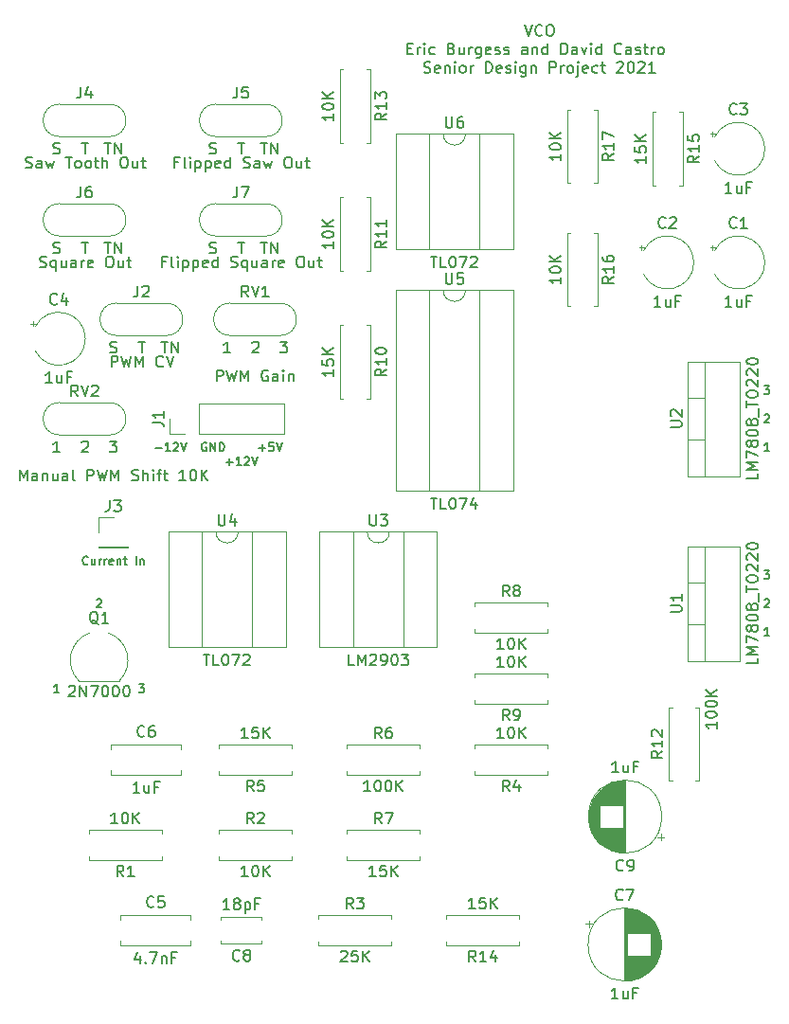
<source format=gto>
%TF.GenerationSoftware,KiCad,Pcbnew,(5.1.12)-1*%
%TF.CreationDate,2021-11-26T16:49:32-08:00*%
%TF.ProjectId,VCO,56434f2e-6b69-4636-9164-5f7063625858,rev?*%
%TF.SameCoordinates,Original*%
%TF.FileFunction,Legend,Top*%
%TF.FilePolarity,Positive*%
%FSLAX46Y46*%
G04 Gerber Fmt 4.6, Leading zero omitted, Abs format (unit mm)*
G04 Created by KiCad (PCBNEW (5.1.12)-1) date 2021-11-26 16:49:32*
%MOMM*%
%LPD*%
G01*
G04 APERTURE LIST*
%ADD10C,0.190500*%
%ADD11C,0.150000*%
%ADD12C,0.120000*%
%ADD13O,1.600000X1.600000*%
%ADD14C,1.600000*%
%ADD15R,1.700000X1.700000*%
%ADD16R,1.600000X1.600000*%
%ADD17R,1.100000X1.800000*%
%ADD18O,1.700000X1.700000*%
%ADD19C,1.700000*%
%ADD20O,2.400000X1.600000*%
%ADD21R,2.400000X1.600000*%
%ADD22O,2.000000X1.905000*%
%ADD23R,2.000000X1.905000*%
G04 APERTURE END LIST*
D10*
X26416000Y-80862714D02*
X26887714Y-80862714D01*
X26633714Y-81153000D01*
X26742571Y-81153000D01*
X26815142Y-81189285D01*
X26851428Y-81225571D01*
X26887714Y-81298142D01*
X26887714Y-81479571D01*
X26851428Y-81552142D01*
X26815142Y-81588428D01*
X26742571Y-81624714D01*
X26524857Y-81624714D01*
X26452285Y-81588428D01*
X26416000Y-81552142D01*
X22642285Y-73315285D02*
X22678571Y-73279000D01*
X22751142Y-73242714D01*
X22932571Y-73242714D01*
X23005142Y-73279000D01*
X23041428Y-73315285D01*
X23077714Y-73387857D01*
X23077714Y-73460428D01*
X23041428Y-73569285D01*
X22606000Y-74004714D01*
X23077714Y-74004714D01*
X19267714Y-81624714D02*
X18832285Y-81624714D01*
X19050000Y-81624714D02*
X19050000Y-80862714D01*
X18977428Y-80971571D01*
X18904857Y-81044142D01*
X18832285Y-81080428D01*
X82296000Y-54192714D02*
X82767714Y-54192714D01*
X82513714Y-54483000D01*
X82622571Y-54483000D01*
X82695142Y-54519285D01*
X82731428Y-54555571D01*
X82767714Y-54628142D01*
X82767714Y-54809571D01*
X82731428Y-54882142D01*
X82695142Y-54918428D01*
X82622571Y-54954714D01*
X82404857Y-54954714D01*
X82332285Y-54918428D01*
X82296000Y-54882142D01*
X82332285Y-56805285D02*
X82368571Y-56769000D01*
X82441142Y-56732714D01*
X82622571Y-56732714D01*
X82695142Y-56769000D01*
X82731428Y-56805285D01*
X82767714Y-56877857D01*
X82767714Y-56950428D01*
X82731428Y-57059285D01*
X82296000Y-57494714D01*
X82767714Y-57494714D01*
X82767714Y-60034714D02*
X82332285Y-60034714D01*
X82550000Y-60034714D02*
X82550000Y-59272714D01*
X82477428Y-59381571D01*
X82404857Y-59454142D01*
X82332285Y-59490428D01*
X82296000Y-70702714D02*
X82767714Y-70702714D01*
X82513714Y-70993000D01*
X82622571Y-70993000D01*
X82695142Y-71029285D01*
X82731428Y-71065571D01*
X82767714Y-71138142D01*
X82767714Y-71319571D01*
X82731428Y-71392142D01*
X82695142Y-71428428D01*
X82622571Y-71464714D01*
X82404857Y-71464714D01*
X82332285Y-71428428D01*
X82296000Y-71392142D01*
X82332285Y-73315285D02*
X82368571Y-73279000D01*
X82441142Y-73242714D01*
X82622571Y-73242714D01*
X82695142Y-73279000D01*
X82731428Y-73315285D01*
X82767714Y-73387857D01*
X82767714Y-73460428D01*
X82731428Y-73569285D01*
X82296000Y-74004714D01*
X82767714Y-74004714D01*
X82767714Y-76544714D02*
X82332285Y-76544714D01*
X82550000Y-76544714D02*
X82550000Y-75782714D01*
X82477428Y-75891571D01*
X82404857Y-75964142D01*
X82332285Y-76000428D01*
D11*
X60872857Y-21932380D02*
X61206190Y-22932380D01*
X61539523Y-21932380D01*
X62444285Y-22837142D02*
X62396666Y-22884761D01*
X62253809Y-22932380D01*
X62158571Y-22932380D01*
X62015714Y-22884761D01*
X61920476Y-22789523D01*
X61872857Y-22694285D01*
X61825238Y-22503809D01*
X61825238Y-22360952D01*
X61872857Y-22170476D01*
X61920476Y-22075238D01*
X62015714Y-21980000D01*
X62158571Y-21932380D01*
X62253809Y-21932380D01*
X62396666Y-21980000D01*
X62444285Y-22027619D01*
X63063333Y-21932380D02*
X63253809Y-21932380D01*
X63349047Y-21980000D01*
X63444285Y-22075238D01*
X63491904Y-22265714D01*
X63491904Y-22599047D01*
X63444285Y-22789523D01*
X63349047Y-22884761D01*
X63253809Y-22932380D01*
X63063333Y-22932380D01*
X62968095Y-22884761D01*
X62872857Y-22789523D01*
X62825238Y-22599047D01*
X62825238Y-22265714D01*
X62872857Y-22075238D01*
X62968095Y-21980000D01*
X63063333Y-21932380D01*
X50396666Y-24058571D02*
X50730000Y-24058571D01*
X50872857Y-24582380D02*
X50396666Y-24582380D01*
X50396666Y-23582380D01*
X50872857Y-23582380D01*
X51301428Y-24582380D02*
X51301428Y-23915714D01*
X51301428Y-24106190D02*
X51349047Y-24010952D01*
X51396666Y-23963333D01*
X51491904Y-23915714D01*
X51587142Y-23915714D01*
X51920476Y-24582380D02*
X51920476Y-23915714D01*
X51920476Y-23582380D02*
X51872857Y-23630000D01*
X51920476Y-23677619D01*
X51968095Y-23630000D01*
X51920476Y-23582380D01*
X51920476Y-23677619D01*
X52825238Y-24534761D02*
X52730000Y-24582380D01*
X52539523Y-24582380D01*
X52444285Y-24534761D01*
X52396666Y-24487142D01*
X52349047Y-24391904D01*
X52349047Y-24106190D01*
X52396666Y-24010952D01*
X52444285Y-23963333D01*
X52539523Y-23915714D01*
X52730000Y-23915714D01*
X52825238Y-23963333D01*
X54349047Y-24058571D02*
X54491904Y-24106190D01*
X54539523Y-24153809D01*
X54587142Y-24249047D01*
X54587142Y-24391904D01*
X54539523Y-24487142D01*
X54491904Y-24534761D01*
X54396666Y-24582380D01*
X54015714Y-24582380D01*
X54015714Y-23582380D01*
X54349047Y-23582380D01*
X54444285Y-23630000D01*
X54491904Y-23677619D01*
X54539523Y-23772857D01*
X54539523Y-23868095D01*
X54491904Y-23963333D01*
X54444285Y-24010952D01*
X54349047Y-24058571D01*
X54015714Y-24058571D01*
X55444285Y-23915714D02*
X55444285Y-24582380D01*
X55015714Y-23915714D02*
X55015714Y-24439523D01*
X55063333Y-24534761D01*
X55158571Y-24582380D01*
X55301428Y-24582380D01*
X55396666Y-24534761D01*
X55444285Y-24487142D01*
X55920476Y-24582380D02*
X55920476Y-23915714D01*
X55920476Y-24106190D02*
X55968095Y-24010952D01*
X56015714Y-23963333D01*
X56110952Y-23915714D01*
X56206190Y-23915714D01*
X56968095Y-23915714D02*
X56968095Y-24725238D01*
X56920476Y-24820476D01*
X56872857Y-24868095D01*
X56777619Y-24915714D01*
X56634761Y-24915714D01*
X56539523Y-24868095D01*
X56968095Y-24534761D02*
X56872857Y-24582380D01*
X56682380Y-24582380D01*
X56587142Y-24534761D01*
X56539523Y-24487142D01*
X56491904Y-24391904D01*
X56491904Y-24106190D01*
X56539523Y-24010952D01*
X56587142Y-23963333D01*
X56682380Y-23915714D01*
X56872857Y-23915714D01*
X56968095Y-23963333D01*
X57825238Y-24534761D02*
X57730000Y-24582380D01*
X57539523Y-24582380D01*
X57444285Y-24534761D01*
X57396666Y-24439523D01*
X57396666Y-24058571D01*
X57444285Y-23963333D01*
X57539523Y-23915714D01*
X57730000Y-23915714D01*
X57825238Y-23963333D01*
X57872857Y-24058571D01*
X57872857Y-24153809D01*
X57396666Y-24249047D01*
X58253809Y-24534761D02*
X58349047Y-24582380D01*
X58539523Y-24582380D01*
X58634761Y-24534761D01*
X58682380Y-24439523D01*
X58682380Y-24391904D01*
X58634761Y-24296666D01*
X58539523Y-24249047D01*
X58396666Y-24249047D01*
X58301428Y-24201428D01*
X58253809Y-24106190D01*
X58253809Y-24058571D01*
X58301428Y-23963333D01*
X58396666Y-23915714D01*
X58539523Y-23915714D01*
X58634761Y-23963333D01*
X59063333Y-24534761D02*
X59158571Y-24582380D01*
X59349047Y-24582380D01*
X59444285Y-24534761D01*
X59491904Y-24439523D01*
X59491904Y-24391904D01*
X59444285Y-24296666D01*
X59349047Y-24249047D01*
X59206190Y-24249047D01*
X59110952Y-24201428D01*
X59063333Y-24106190D01*
X59063333Y-24058571D01*
X59110952Y-23963333D01*
X59206190Y-23915714D01*
X59349047Y-23915714D01*
X59444285Y-23963333D01*
X61110952Y-24582380D02*
X61110952Y-24058571D01*
X61063333Y-23963333D01*
X60968095Y-23915714D01*
X60777619Y-23915714D01*
X60682380Y-23963333D01*
X61110952Y-24534761D02*
X61015714Y-24582380D01*
X60777619Y-24582380D01*
X60682380Y-24534761D01*
X60634761Y-24439523D01*
X60634761Y-24344285D01*
X60682380Y-24249047D01*
X60777619Y-24201428D01*
X61015714Y-24201428D01*
X61110952Y-24153809D01*
X61587142Y-23915714D02*
X61587142Y-24582380D01*
X61587142Y-24010952D02*
X61634761Y-23963333D01*
X61730000Y-23915714D01*
X61872857Y-23915714D01*
X61968095Y-23963333D01*
X62015714Y-24058571D01*
X62015714Y-24582380D01*
X62920476Y-24582380D02*
X62920476Y-23582380D01*
X62920476Y-24534761D02*
X62825238Y-24582380D01*
X62634761Y-24582380D01*
X62539523Y-24534761D01*
X62491904Y-24487142D01*
X62444285Y-24391904D01*
X62444285Y-24106190D01*
X62491904Y-24010952D01*
X62539523Y-23963333D01*
X62634761Y-23915714D01*
X62825238Y-23915714D01*
X62920476Y-23963333D01*
X64158571Y-24582380D02*
X64158571Y-23582380D01*
X64396666Y-23582380D01*
X64539523Y-23630000D01*
X64634761Y-23725238D01*
X64682380Y-23820476D01*
X64730000Y-24010952D01*
X64730000Y-24153809D01*
X64682380Y-24344285D01*
X64634761Y-24439523D01*
X64539523Y-24534761D01*
X64396666Y-24582380D01*
X64158571Y-24582380D01*
X65587142Y-24582380D02*
X65587142Y-24058571D01*
X65539523Y-23963333D01*
X65444285Y-23915714D01*
X65253809Y-23915714D01*
X65158571Y-23963333D01*
X65587142Y-24534761D02*
X65491904Y-24582380D01*
X65253809Y-24582380D01*
X65158571Y-24534761D01*
X65110952Y-24439523D01*
X65110952Y-24344285D01*
X65158571Y-24249047D01*
X65253809Y-24201428D01*
X65491904Y-24201428D01*
X65587142Y-24153809D01*
X65968095Y-23915714D02*
X66206190Y-24582380D01*
X66444285Y-23915714D01*
X66825238Y-24582380D02*
X66825238Y-23915714D01*
X66825238Y-23582380D02*
X66777619Y-23630000D01*
X66825238Y-23677619D01*
X66872857Y-23630000D01*
X66825238Y-23582380D01*
X66825238Y-23677619D01*
X67730000Y-24582380D02*
X67730000Y-23582380D01*
X67730000Y-24534761D02*
X67634761Y-24582380D01*
X67444285Y-24582380D01*
X67349047Y-24534761D01*
X67301428Y-24487142D01*
X67253809Y-24391904D01*
X67253809Y-24106190D01*
X67301428Y-24010952D01*
X67349047Y-23963333D01*
X67444285Y-23915714D01*
X67634761Y-23915714D01*
X67730000Y-23963333D01*
X69539523Y-24487142D02*
X69491904Y-24534761D01*
X69349047Y-24582380D01*
X69253809Y-24582380D01*
X69110952Y-24534761D01*
X69015714Y-24439523D01*
X68968095Y-24344285D01*
X68920476Y-24153809D01*
X68920476Y-24010952D01*
X68968095Y-23820476D01*
X69015714Y-23725238D01*
X69110952Y-23630000D01*
X69253809Y-23582380D01*
X69349047Y-23582380D01*
X69491904Y-23630000D01*
X69539523Y-23677619D01*
X70396666Y-24582380D02*
X70396666Y-24058571D01*
X70349047Y-23963333D01*
X70253809Y-23915714D01*
X70063333Y-23915714D01*
X69968095Y-23963333D01*
X70396666Y-24534761D02*
X70301428Y-24582380D01*
X70063333Y-24582380D01*
X69968095Y-24534761D01*
X69920476Y-24439523D01*
X69920476Y-24344285D01*
X69968095Y-24249047D01*
X70063333Y-24201428D01*
X70301428Y-24201428D01*
X70396666Y-24153809D01*
X70825238Y-24534761D02*
X70920476Y-24582380D01*
X71110952Y-24582380D01*
X71206190Y-24534761D01*
X71253809Y-24439523D01*
X71253809Y-24391904D01*
X71206190Y-24296666D01*
X71110952Y-24249047D01*
X70968095Y-24249047D01*
X70872857Y-24201428D01*
X70825238Y-24106190D01*
X70825238Y-24058571D01*
X70872857Y-23963333D01*
X70968095Y-23915714D01*
X71110952Y-23915714D01*
X71206190Y-23963333D01*
X71539523Y-23915714D02*
X71920476Y-23915714D01*
X71682380Y-23582380D02*
X71682380Y-24439523D01*
X71730000Y-24534761D01*
X71825238Y-24582380D01*
X71920476Y-24582380D01*
X72253809Y-24582380D02*
X72253809Y-23915714D01*
X72253809Y-24106190D02*
X72301428Y-24010952D01*
X72349047Y-23963333D01*
X72444285Y-23915714D01*
X72539523Y-23915714D01*
X73015714Y-24582380D02*
X72920476Y-24534761D01*
X72872857Y-24487142D01*
X72825238Y-24391904D01*
X72825238Y-24106190D01*
X72872857Y-24010952D01*
X72920476Y-23963333D01*
X73015714Y-23915714D01*
X73158571Y-23915714D01*
X73253809Y-23963333D01*
X73301428Y-24010952D01*
X73349047Y-24106190D01*
X73349047Y-24391904D01*
X73301428Y-24487142D01*
X73253809Y-24534761D01*
X73158571Y-24582380D01*
X73015714Y-24582380D01*
X51896666Y-26184761D02*
X52039523Y-26232380D01*
X52277619Y-26232380D01*
X52372857Y-26184761D01*
X52420476Y-26137142D01*
X52468095Y-26041904D01*
X52468095Y-25946666D01*
X52420476Y-25851428D01*
X52372857Y-25803809D01*
X52277619Y-25756190D01*
X52087142Y-25708571D01*
X51991904Y-25660952D01*
X51944285Y-25613333D01*
X51896666Y-25518095D01*
X51896666Y-25422857D01*
X51944285Y-25327619D01*
X51991904Y-25280000D01*
X52087142Y-25232380D01*
X52325238Y-25232380D01*
X52468095Y-25280000D01*
X53277619Y-26184761D02*
X53182380Y-26232380D01*
X52991904Y-26232380D01*
X52896666Y-26184761D01*
X52849047Y-26089523D01*
X52849047Y-25708571D01*
X52896666Y-25613333D01*
X52991904Y-25565714D01*
X53182380Y-25565714D01*
X53277619Y-25613333D01*
X53325238Y-25708571D01*
X53325238Y-25803809D01*
X52849047Y-25899047D01*
X53753809Y-25565714D02*
X53753809Y-26232380D01*
X53753809Y-25660952D02*
X53801428Y-25613333D01*
X53896666Y-25565714D01*
X54039523Y-25565714D01*
X54134761Y-25613333D01*
X54182380Y-25708571D01*
X54182380Y-26232380D01*
X54658571Y-26232380D02*
X54658571Y-25565714D01*
X54658571Y-25232380D02*
X54610952Y-25280000D01*
X54658571Y-25327619D01*
X54706190Y-25280000D01*
X54658571Y-25232380D01*
X54658571Y-25327619D01*
X55277619Y-26232380D02*
X55182380Y-26184761D01*
X55134761Y-26137142D01*
X55087142Y-26041904D01*
X55087142Y-25756190D01*
X55134761Y-25660952D01*
X55182380Y-25613333D01*
X55277619Y-25565714D01*
X55420476Y-25565714D01*
X55515714Y-25613333D01*
X55563333Y-25660952D01*
X55610952Y-25756190D01*
X55610952Y-26041904D01*
X55563333Y-26137142D01*
X55515714Y-26184761D01*
X55420476Y-26232380D01*
X55277619Y-26232380D01*
X56039523Y-26232380D02*
X56039523Y-25565714D01*
X56039523Y-25756190D02*
X56087142Y-25660952D01*
X56134761Y-25613333D01*
X56230000Y-25565714D01*
X56325238Y-25565714D01*
X57420476Y-26232380D02*
X57420476Y-25232380D01*
X57658571Y-25232380D01*
X57801428Y-25280000D01*
X57896666Y-25375238D01*
X57944285Y-25470476D01*
X57991904Y-25660952D01*
X57991904Y-25803809D01*
X57944285Y-25994285D01*
X57896666Y-26089523D01*
X57801428Y-26184761D01*
X57658571Y-26232380D01*
X57420476Y-26232380D01*
X58801428Y-26184761D02*
X58706190Y-26232380D01*
X58515714Y-26232380D01*
X58420476Y-26184761D01*
X58372857Y-26089523D01*
X58372857Y-25708571D01*
X58420476Y-25613333D01*
X58515714Y-25565714D01*
X58706190Y-25565714D01*
X58801428Y-25613333D01*
X58849047Y-25708571D01*
X58849047Y-25803809D01*
X58372857Y-25899047D01*
X59230000Y-26184761D02*
X59325238Y-26232380D01*
X59515714Y-26232380D01*
X59610952Y-26184761D01*
X59658571Y-26089523D01*
X59658571Y-26041904D01*
X59610952Y-25946666D01*
X59515714Y-25899047D01*
X59372857Y-25899047D01*
X59277619Y-25851428D01*
X59230000Y-25756190D01*
X59230000Y-25708571D01*
X59277619Y-25613333D01*
X59372857Y-25565714D01*
X59515714Y-25565714D01*
X59610952Y-25613333D01*
X60087142Y-26232380D02*
X60087142Y-25565714D01*
X60087142Y-25232380D02*
X60039523Y-25280000D01*
X60087142Y-25327619D01*
X60134761Y-25280000D01*
X60087142Y-25232380D01*
X60087142Y-25327619D01*
X60991904Y-25565714D02*
X60991904Y-26375238D01*
X60944285Y-26470476D01*
X60896666Y-26518095D01*
X60801428Y-26565714D01*
X60658571Y-26565714D01*
X60563333Y-26518095D01*
X60991904Y-26184761D02*
X60896666Y-26232380D01*
X60706190Y-26232380D01*
X60610952Y-26184761D01*
X60563333Y-26137142D01*
X60515714Y-26041904D01*
X60515714Y-25756190D01*
X60563333Y-25660952D01*
X60610952Y-25613333D01*
X60706190Y-25565714D01*
X60896666Y-25565714D01*
X60991904Y-25613333D01*
X61468095Y-25565714D02*
X61468095Y-26232380D01*
X61468095Y-25660952D02*
X61515714Y-25613333D01*
X61610952Y-25565714D01*
X61753809Y-25565714D01*
X61849047Y-25613333D01*
X61896666Y-25708571D01*
X61896666Y-26232380D01*
X63134761Y-26232380D02*
X63134761Y-25232380D01*
X63515714Y-25232380D01*
X63610952Y-25280000D01*
X63658571Y-25327619D01*
X63706190Y-25422857D01*
X63706190Y-25565714D01*
X63658571Y-25660952D01*
X63610952Y-25708571D01*
X63515714Y-25756190D01*
X63134761Y-25756190D01*
X64134761Y-26232380D02*
X64134761Y-25565714D01*
X64134761Y-25756190D02*
X64182380Y-25660952D01*
X64230000Y-25613333D01*
X64325238Y-25565714D01*
X64420476Y-25565714D01*
X64896666Y-26232380D02*
X64801428Y-26184761D01*
X64753809Y-26137142D01*
X64706190Y-26041904D01*
X64706190Y-25756190D01*
X64753809Y-25660952D01*
X64801428Y-25613333D01*
X64896666Y-25565714D01*
X65039523Y-25565714D01*
X65134761Y-25613333D01*
X65182380Y-25660952D01*
X65230000Y-25756190D01*
X65230000Y-26041904D01*
X65182380Y-26137142D01*
X65134761Y-26184761D01*
X65039523Y-26232380D01*
X64896666Y-26232380D01*
X65658571Y-25565714D02*
X65658571Y-26422857D01*
X65610952Y-26518095D01*
X65515714Y-26565714D01*
X65468095Y-26565714D01*
X65658571Y-25232380D02*
X65610952Y-25280000D01*
X65658571Y-25327619D01*
X65706190Y-25280000D01*
X65658571Y-25232380D01*
X65658571Y-25327619D01*
X66515714Y-26184761D02*
X66420476Y-26232380D01*
X66230000Y-26232380D01*
X66134761Y-26184761D01*
X66087142Y-26089523D01*
X66087142Y-25708571D01*
X66134761Y-25613333D01*
X66230000Y-25565714D01*
X66420476Y-25565714D01*
X66515714Y-25613333D01*
X66563333Y-25708571D01*
X66563333Y-25803809D01*
X66087142Y-25899047D01*
X67420476Y-26184761D02*
X67325238Y-26232380D01*
X67134761Y-26232380D01*
X67039523Y-26184761D01*
X66991904Y-26137142D01*
X66944285Y-26041904D01*
X66944285Y-25756190D01*
X66991904Y-25660952D01*
X67039523Y-25613333D01*
X67134761Y-25565714D01*
X67325238Y-25565714D01*
X67420476Y-25613333D01*
X67706190Y-25565714D02*
X68087142Y-25565714D01*
X67849047Y-25232380D02*
X67849047Y-26089523D01*
X67896666Y-26184761D01*
X67991904Y-26232380D01*
X68087142Y-26232380D01*
X69134761Y-25327619D02*
X69182380Y-25280000D01*
X69277619Y-25232380D01*
X69515714Y-25232380D01*
X69610952Y-25280000D01*
X69658571Y-25327619D01*
X69706190Y-25422857D01*
X69706190Y-25518095D01*
X69658571Y-25660952D01*
X69087142Y-26232380D01*
X69706190Y-26232380D01*
X70325238Y-25232380D02*
X70420476Y-25232380D01*
X70515714Y-25280000D01*
X70563333Y-25327619D01*
X70610952Y-25422857D01*
X70658571Y-25613333D01*
X70658571Y-25851428D01*
X70610952Y-26041904D01*
X70563333Y-26137142D01*
X70515714Y-26184761D01*
X70420476Y-26232380D01*
X70325238Y-26232380D01*
X70230000Y-26184761D01*
X70182380Y-26137142D01*
X70134761Y-26041904D01*
X70087142Y-25851428D01*
X70087142Y-25613333D01*
X70134761Y-25422857D01*
X70182380Y-25327619D01*
X70230000Y-25280000D01*
X70325238Y-25232380D01*
X71039523Y-25327619D02*
X71087142Y-25280000D01*
X71182380Y-25232380D01*
X71420476Y-25232380D01*
X71515714Y-25280000D01*
X71563333Y-25327619D01*
X71610952Y-25422857D01*
X71610952Y-25518095D01*
X71563333Y-25660952D01*
X70991904Y-26232380D01*
X71610952Y-26232380D01*
X72563333Y-26232380D02*
X71991904Y-26232380D01*
X72277619Y-26232380D02*
X72277619Y-25232380D01*
X72182380Y-25375238D01*
X72087142Y-25470476D01*
X71991904Y-25518095D01*
D10*
X21844000Y-70122142D02*
X21807714Y-70158428D01*
X21698857Y-70194714D01*
X21626285Y-70194714D01*
X21517428Y-70158428D01*
X21444857Y-70085857D01*
X21408571Y-70013285D01*
X21372285Y-69868142D01*
X21372285Y-69759285D01*
X21408571Y-69614142D01*
X21444857Y-69541571D01*
X21517428Y-69469000D01*
X21626285Y-69432714D01*
X21698857Y-69432714D01*
X21807714Y-69469000D01*
X21844000Y-69505285D01*
X22497142Y-69686714D02*
X22497142Y-70194714D01*
X22170571Y-69686714D02*
X22170571Y-70085857D01*
X22206857Y-70158428D01*
X22279428Y-70194714D01*
X22388285Y-70194714D01*
X22460857Y-70158428D01*
X22497142Y-70122142D01*
X22860000Y-70194714D02*
X22860000Y-69686714D01*
X22860000Y-69831857D02*
X22896285Y-69759285D01*
X22932571Y-69723000D01*
X23005142Y-69686714D01*
X23077714Y-69686714D01*
X23331714Y-70194714D02*
X23331714Y-69686714D01*
X23331714Y-69831857D02*
X23368000Y-69759285D01*
X23404285Y-69723000D01*
X23476857Y-69686714D01*
X23549428Y-69686714D01*
X24093714Y-70158428D02*
X24021142Y-70194714D01*
X23876000Y-70194714D01*
X23803428Y-70158428D01*
X23767142Y-70085857D01*
X23767142Y-69795571D01*
X23803428Y-69723000D01*
X23876000Y-69686714D01*
X24021142Y-69686714D01*
X24093714Y-69723000D01*
X24130000Y-69795571D01*
X24130000Y-69868142D01*
X23767142Y-69940714D01*
X24456571Y-69686714D02*
X24456571Y-70194714D01*
X24456571Y-69759285D02*
X24492857Y-69723000D01*
X24565428Y-69686714D01*
X24674285Y-69686714D01*
X24746857Y-69723000D01*
X24783142Y-69795571D01*
X24783142Y-70194714D01*
X25037142Y-69686714D02*
X25327428Y-69686714D01*
X25146000Y-69432714D02*
X25146000Y-70085857D01*
X25182285Y-70158428D01*
X25254857Y-70194714D01*
X25327428Y-70194714D01*
X26162000Y-70194714D02*
X26162000Y-69432714D01*
X26524857Y-69686714D02*
X26524857Y-70194714D01*
X26524857Y-69759285D02*
X26561142Y-69723000D01*
X26633714Y-69686714D01*
X26742571Y-69686714D01*
X26815142Y-69723000D01*
X26851428Y-69795571D01*
X26851428Y-70194714D01*
X37120285Y-59744428D02*
X37700857Y-59744428D01*
X37410571Y-60034714D02*
X37410571Y-59454142D01*
X38426571Y-59272714D02*
X38063714Y-59272714D01*
X38027428Y-59635571D01*
X38063714Y-59599285D01*
X38136285Y-59563000D01*
X38317714Y-59563000D01*
X38390285Y-59599285D01*
X38426571Y-59635571D01*
X38462857Y-59708142D01*
X38462857Y-59889571D01*
X38426571Y-59962142D01*
X38390285Y-59998428D01*
X38317714Y-60034714D01*
X38136285Y-60034714D01*
X38063714Y-59998428D01*
X38027428Y-59962142D01*
X38680571Y-59272714D02*
X38934571Y-60034714D01*
X39188571Y-59272714D01*
X34217428Y-61014428D02*
X34798000Y-61014428D01*
X34507714Y-61304714D02*
X34507714Y-60724142D01*
X35560000Y-61304714D02*
X35124571Y-61304714D01*
X35342285Y-61304714D02*
X35342285Y-60542714D01*
X35269714Y-60651571D01*
X35197142Y-60724142D01*
X35124571Y-60760428D01*
X35850285Y-60615285D02*
X35886571Y-60579000D01*
X35959142Y-60542714D01*
X36140571Y-60542714D01*
X36213142Y-60579000D01*
X36249428Y-60615285D01*
X36285714Y-60687857D01*
X36285714Y-60760428D01*
X36249428Y-60869285D01*
X35814000Y-61304714D01*
X36285714Y-61304714D01*
X36503428Y-60542714D02*
X36757428Y-61304714D01*
X37011428Y-60542714D01*
X32439428Y-59309000D02*
X32366857Y-59272714D01*
X32258000Y-59272714D01*
X32149142Y-59309000D01*
X32076571Y-59381571D01*
X32040285Y-59454142D01*
X32004000Y-59599285D01*
X32004000Y-59708142D01*
X32040285Y-59853285D01*
X32076571Y-59925857D01*
X32149142Y-59998428D01*
X32258000Y-60034714D01*
X32330571Y-60034714D01*
X32439428Y-59998428D01*
X32475714Y-59962142D01*
X32475714Y-59708142D01*
X32330571Y-59708142D01*
X32802285Y-60034714D02*
X32802285Y-59272714D01*
X33237714Y-60034714D01*
X33237714Y-59272714D01*
X33600571Y-60034714D02*
X33600571Y-59272714D01*
X33782000Y-59272714D01*
X33890857Y-59309000D01*
X33963428Y-59381571D01*
X33999714Y-59454142D01*
X34036000Y-59599285D01*
X34036000Y-59708142D01*
X33999714Y-59853285D01*
X33963428Y-59925857D01*
X33890857Y-59998428D01*
X33782000Y-60034714D01*
X33600571Y-60034714D01*
X27867428Y-59744428D02*
X28448000Y-59744428D01*
X29210000Y-60034714D02*
X28774571Y-60034714D01*
X28992285Y-60034714D02*
X28992285Y-59272714D01*
X28919714Y-59381571D01*
X28847142Y-59454142D01*
X28774571Y-59490428D01*
X29500285Y-59345285D02*
X29536571Y-59309000D01*
X29609142Y-59272714D01*
X29790571Y-59272714D01*
X29863142Y-59309000D01*
X29899428Y-59345285D01*
X29935714Y-59417857D01*
X29935714Y-59490428D01*
X29899428Y-59599285D01*
X29464000Y-60034714D01*
X29935714Y-60034714D01*
X30153428Y-59272714D02*
X30407428Y-60034714D01*
X30661428Y-59272714D01*
D12*
%TO.C,R1*%
X21920000Y-93880000D02*
X21920000Y-94210000D01*
X28460000Y-93880000D02*
X21920000Y-93880000D01*
X28460000Y-94210000D02*
X28460000Y-93880000D01*
X21920000Y-96620000D02*
X21920000Y-96290000D01*
X28460000Y-96620000D02*
X21920000Y-96620000D01*
X28460000Y-96290000D02*
X28460000Y-96620000D01*
%TO.C,J3*%
X22800000Y-65980000D02*
X24130000Y-65980000D01*
X22800000Y-67310000D02*
X22800000Y-65980000D01*
X22800000Y-68580000D02*
X25460000Y-68580000D01*
X25460000Y-68580000D02*
X25460000Y-68640000D01*
X22800000Y-68580000D02*
X22800000Y-68640000D01*
X22800000Y-68640000D02*
X25460000Y-68640000D01*
%TO.C,C6*%
X30181800Y-88555000D02*
X30181800Y-89000000D01*
X30181800Y-86260000D02*
X30181800Y-86705000D01*
X23941800Y-88555000D02*
X23941800Y-89000000D01*
X23941800Y-86260000D02*
X23941800Y-86705000D01*
X23941800Y-89000000D02*
X30181800Y-89000000D01*
X23941800Y-86260000D02*
X30181800Y-86260000D01*
%TO.C,R3*%
X48990000Y-104240000D02*
X48990000Y-103910000D01*
X42450000Y-104240000D02*
X48990000Y-104240000D01*
X42450000Y-103910000D02*
X42450000Y-104240000D01*
X48990000Y-101500000D02*
X48990000Y-101830000D01*
X42450000Y-101500000D02*
X48990000Y-101500000D01*
X42450000Y-101830000D02*
X42450000Y-101500000D01*
%TO.C,C7*%
X66644759Y-101986000D02*
X66644759Y-102616000D01*
X66329759Y-102301000D02*
X66959759Y-102301000D01*
X73071000Y-103738000D02*
X73071000Y-104542000D01*
X73031000Y-103507000D02*
X73031000Y-104773000D01*
X72991000Y-103338000D02*
X72991000Y-104942000D01*
X72951000Y-103200000D02*
X72951000Y-105080000D01*
X72911000Y-103081000D02*
X72911000Y-105199000D01*
X72871000Y-102975000D02*
X72871000Y-105305000D01*
X72831000Y-102878000D02*
X72831000Y-105402000D01*
X72791000Y-102790000D02*
X72791000Y-105490000D01*
X72751000Y-102708000D02*
X72751000Y-105572000D01*
X72711000Y-102631000D02*
X72711000Y-105649000D01*
X72671000Y-102559000D02*
X72671000Y-105721000D01*
X72631000Y-102490000D02*
X72631000Y-105790000D01*
X72591000Y-102426000D02*
X72591000Y-105854000D01*
X72551000Y-102364000D02*
X72551000Y-105916000D01*
X72511000Y-102306000D02*
X72511000Y-105974000D01*
X72471000Y-102250000D02*
X72471000Y-106030000D01*
X72431000Y-102196000D02*
X72431000Y-106084000D01*
X72391000Y-102145000D02*
X72391000Y-106135000D01*
X72351000Y-102096000D02*
X72351000Y-106184000D01*
X72311000Y-102048000D02*
X72311000Y-106232000D01*
X72271000Y-102003000D02*
X72271000Y-106277000D01*
X72231000Y-101958000D02*
X72231000Y-106322000D01*
X72191000Y-101916000D02*
X72191000Y-106364000D01*
X72151000Y-101875000D02*
X72151000Y-106405000D01*
X72111000Y-105180000D02*
X72111000Y-106445000D01*
X72111000Y-101835000D02*
X72111000Y-103100000D01*
X72071000Y-105180000D02*
X72071000Y-106483000D01*
X72071000Y-101797000D02*
X72071000Y-103100000D01*
X72031000Y-105180000D02*
X72031000Y-106520000D01*
X72031000Y-101760000D02*
X72031000Y-103100000D01*
X71991000Y-105180000D02*
X71991000Y-106556000D01*
X71991000Y-101724000D02*
X71991000Y-103100000D01*
X71951000Y-105180000D02*
X71951000Y-106590000D01*
X71951000Y-101690000D02*
X71951000Y-103100000D01*
X71911000Y-105180000D02*
X71911000Y-106624000D01*
X71911000Y-101656000D02*
X71911000Y-103100000D01*
X71871000Y-105180000D02*
X71871000Y-106656000D01*
X71871000Y-101624000D02*
X71871000Y-103100000D01*
X71831000Y-105180000D02*
X71831000Y-106688000D01*
X71831000Y-101592000D02*
X71831000Y-103100000D01*
X71791000Y-105180000D02*
X71791000Y-106718000D01*
X71791000Y-101562000D02*
X71791000Y-103100000D01*
X71751000Y-105180000D02*
X71751000Y-106747000D01*
X71751000Y-101533000D02*
X71751000Y-103100000D01*
X71711000Y-105180000D02*
X71711000Y-106776000D01*
X71711000Y-101504000D02*
X71711000Y-103100000D01*
X71671000Y-105180000D02*
X71671000Y-106804000D01*
X71671000Y-101476000D02*
X71671000Y-103100000D01*
X71631000Y-105180000D02*
X71631000Y-106830000D01*
X71631000Y-101450000D02*
X71631000Y-103100000D01*
X71591000Y-105180000D02*
X71591000Y-106856000D01*
X71591000Y-101424000D02*
X71591000Y-103100000D01*
X71551000Y-105180000D02*
X71551000Y-106882000D01*
X71551000Y-101398000D02*
X71551000Y-103100000D01*
X71511000Y-105180000D02*
X71511000Y-106906000D01*
X71511000Y-101374000D02*
X71511000Y-103100000D01*
X71471000Y-105180000D02*
X71471000Y-106930000D01*
X71471000Y-101350000D02*
X71471000Y-103100000D01*
X71431000Y-105180000D02*
X71431000Y-106952000D01*
X71431000Y-101328000D02*
X71431000Y-103100000D01*
X71391000Y-105180000D02*
X71391000Y-106974000D01*
X71391000Y-101306000D02*
X71391000Y-103100000D01*
X71351000Y-105180000D02*
X71351000Y-106996000D01*
X71351000Y-101284000D02*
X71351000Y-103100000D01*
X71311000Y-105180000D02*
X71311000Y-107016000D01*
X71311000Y-101264000D02*
X71311000Y-103100000D01*
X71271000Y-105180000D02*
X71271000Y-107036000D01*
X71271000Y-101244000D02*
X71271000Y-103100000D01*
X71231000Y-105180000D02*
X71231000Y-107056000D01*
X71231000Y-101224000D02*
X71231000Y-103100000D01*
X71191000Y-105180000D02*
X71191000Y-107074000D01*
X71191000Y-101206000D02*
X71191000Y-103100000D01*
X71151000Y-105180000D02*
X71151000Y-107092000D01*
X71151000Y-101188000D02*
X71151000Y-103100000D01*
X71111000Y-105180000D02*
X71111000Y-107110000D01*
X71111000Y-101170000D02*
X71111000Y-103100000D01*
X71071000Y-105180000D02*
X71071000Y-107126000D01*
X71071000Y-101154000D02*
X71071000Y-103100000D01*
X71031000Y-105180000D02*
X71031000Y-107142000D01*
X71031000Y-101138000D02*
X71031000Y-103100000D01*
X70991000Y-105180000D02*
X70991000Y-107158000D01*
X70991000Y-101122000D02*
X70991000Y-103100000D01*
X70951000Y-105180000D02*
X70951000Y-107173000D01*
X70951000Y-101107000D02*
X70951000Y-103100000D01*
X70911000Y-105180000D02*
X70911000Y-107187000D01*
X70911000Y-101093000D02*
X70911000Y-103100000D01*
X70871000Y-105180000D02*
X70871000Y-107201000D01*
X70871000Y-101079000D02*
X70871000Y-103100000D01*
X70831000Y-105180000D02*
X70831000Y-107214000D01*
X70831000Y-101066000D02*
X70831000Y-103100000D01*
X70791000Y-105180000D02*
X70791000Y-107226000D01*
X70791000Y-101054000D02*
X70791000Y-103100000D01*
X70751000Y-105180000D02*
X70751000Y-107238000D01*
X70751000Y-101042000D02*
X70751000Y-103100000D01*
X70711000Y-105180000D02*
X70711000Y-107250000D01*
X70711000Y-101030000D02*
X70711000Y-103100000D01*
X70671000Y-105180000D02*
X70671000Y-107261000D01*
X70671000Y-101019000D02*
X70671000Y-103100000D01*
X70631000Y-105180000D02*
X70631000Y-107271000D01*
X70631000Y-101009000D02*
X70631000Y-103100000D01*
X70591000Y-105180000D02*
X70591000Y-107281000D01*
X70591000Y-100999000D02*
X70591000Y-103100000D01*
X70551000Y-105180000D02*
X70551000Y-107290000D01*
X70551000Y-100990000D02*
X70551000Y-103100000D01*
X70510000Y-105180000D02*
X70510000Y-107299000D01*
X70510000Y-100981000D02*
X70510000Y-103100000D01*
X70470000Y-105180000D02*
X70470000Y-107307000D01*
X70470000Y-100973000D02*
X70470000Y-103100000D01*
X70430000Y-105180000D02*
X70430000Y-107315000D01*
X70430000Y-100965000D02*
X70430000Y-103100000D01*
X70390000Y-105180000D02*
X70390000Y-107322000D01*
X70390000Y-100958000D02*
X70390000Y-103100000D01*
X70350000Y-105180000D02*
X70350000Y-107329000D01*
X70350000Y-100951000D02*
X70350000Y-103100000D01*
X70310000Y-105180000D02*
X70310000Y-107335000D01*
X70310000Y-100945000D02*
X70310000Y-103100000D01*
X70270000Y-105180000D02*
X70270000Y-107341000D01*
X70270000Y-100939000D02*
X70270000Y-103100000D01*
X70230000Y-105180000D02*
X70230000Y-107346000D01*
X70230000Y-100934000D02*
X70230000Y-103100000D01*
X70190000Y-105180000D02*
X70190000Y-107351000D01*
X70190000Y-100929000D02*
X70190000Y-103100000D01*
X70150000Y-105180000D02*
X70150000Y-107355000D01*
X70150000Y-100925000D02*
X70150000Y-103100000D01*
X70110000Y-105180000D02*
X70110000Y-107358000D01*
X70110000Y-100922000D02*
X70110000Y-103100000D01*
X70070000Y-105180000D02*
X70070000Y-107362000D01*
X70070000Y-100918000D02*
X70070000Y-103100000D01*
X70030000Y-100916000D02*
X70030000Y-107364000D01*
X69990000Y-100913000D02*
X69990000Y-107367000D01*
X69950000Y-100912000D02*
X69950000Y-107368000D01*
X69910000Y-100910000D02*
X69910000Y-107370000D01*
X69870000Y-100910000D02*
X69870000Y-107370000D01*
X69830000Y-100910000D02*
X69830000Y-107370000D01*
X73100000Y-104140000D02*
G75*
G03*
X73100000Y-104140000I-3270000J0D01*
G01*
%TO.C,R9*%
X56420000Y-79910000D02*
X56420000Y-80240000D01*
X62960000Y-79910000D02*
X56420000Y-79910000D01*
X62960000Y-80240000D02*
X62960000Y-79910000D01*
X56420000Y-82650000D02*
X56420000Y-82320000D01*
X62960000Y-82650000D02*
X56420000Y-82650000D01*
X62960000Y-82320000D02*
X62960000Y-82650000D01*
%TO.C,C4*%
X16937712Y-48440000D02*
X16937712Y-48890000D01*
X16712712Y-48665000D02*
X17162712Y-48665000D01*
X17130260Y-51060000D02*
G75*
G03*
X17130259Y-48940000I2119740J1060000D01*
G01*
%TO.C,R12*%
X76503200Y-82937600D02*
X76173200Y-82937600D01*
X76503200Y-89477600D02*
X76503200Y-82937600D01*
X76173200Y-89477600D02*
X76503200Y-89477600D01*
X73763200Y-82937600D02*
X74093200Y-82937600D01*
X73763200Y-89477600D02*
X73763200Y-82937600D01*
X74093200Y-89477600D02*
X73763200Y-89477600D01*
%TO.C,C8*%
X33760000Y-101945000D02*
X33760000Y-101700000D01*
X33760000Y-104040000D02*
X33760000Y-103795000D01*
X37400000Y-101945000D02*
X37400000Y-101700000D01*
X37400000Y-104040000D02*
X37400000Y-103795000D01*
X37400000Y-101700000D02*
X33760000Y-101700000D01*
X37400000Y-104040000D02*
X33760000Y-104040000D01*
%TO.C,C5*%
X31020000Y-103795000D02*
X31020000Y-104240000D01*
X31020000Y-101500000D02*
X31020000Y-101945000D01*
X24780000Y-103795000D02*
X24780000Y-104240000D01*
X24780000Y-101500000D02*
X24780000Y-101945000D01*
X24780000Y-104240000D02*
X31020000Y-104240000D01*
X24780000Y-101500000D02*
X31020000Y-101500000D01*
%TO.C,C1*%
X77677712Y-41620000D02*
X77677712Y-42070000D01*
X77452712Y-41845000D02*
X77902712Y-41845000D01*
X77870260Y-44240000D02*
G75*
G03*
X77870259Y-42120000I2119740J1060000D01*
G01*
%TO.C,C2*%
X71327712Y-41620000D02*
X71327712Y-42070000D01*
X71102712Y-41845000D02*
X71552712Y-41845000D01*
X71520260Y-44240000D02*
G75*
G03*
X71520259Y-42120000I2119740J1060000D01*
G01*
%TO.C,R13*%
X44350000Y-32480000D02*
X44680000Y-32480000D01*
X44350000Y-25940000D02*
X44350000Y-32480000D01*
X44680000Y-25940000D02*
X44350000Y-25940000D01*
X47090000Y-32480000D02*
X46760000Y-32480000D01*
X47090000Y-25940000D02*
X47090000Y-32480000D01*
X46760000Y-25940000D02*
X47090000Y-25940000D01*
%TO.C,Q1*%
X21060000Y-80590000D02*
X24660000Y-80590000D01*
X24668445Y-80567684D02*
G75*
G03*
X23640000Y-76290000I-1808445J1827684D01*
G01*
X21048547Y-80582156D02*
G75*
G02*
X22040000Y-76290000I1811453J1842156D01*
G01*
%TO.C,J1*%
X29150000Y-58480000D02*
X29150000Y-57150000D01*
X30480000Y-58480000D02*
X29150000Y-58480000D01*
X31750000Y-58480000D02*
X31750000Y-55820000D01*
X31750000Y-55820000D02*
X39430000Y-55820000D01*
X31750000Y-58480000D02*
X39430000Y-58480000D01*
X39430000Y-58480000D02*
X39430000Y-55820000D01*
%TO.C,R10*%
X44350000Y-55340000D02*
X44680000Y-55340000D01*
X44350000Y-48800000D02*
X44350000Y-55340000D01*
X44680000Y-48800000D02*
X44350000Y-48800000D01*
X47090000Y-55340000D02*
X46760000Y-55340000D01*
X47090000Y-48800000D02*
X47090000Y-55340000D01*
X46760000Y-48800000D02*
X47090000Y-48800000D01*
%TO.C,R2*%
X40100000Y-96620000D02*
X40100000Y-96290000D01*
X33560000Y-96620000D02*
X40100000Y-96620000D01*
X33560000Y-96290000D02*
X33560000Y-96620000D01*
X40100000Y-93880000D02*
X40100000Y-94210000D01*
X33560000Y-93880000D02*
X40100000Y-93880000D01*
X33560000Y-94210000D02*
X33560000Y-93880000D01*
%TO.C,R11*%
X44350000Y-43910000D02*
X44680000Y-43910000D01*
X44350000Y-37370000D02*
X44350000Y-43910000D01*
X44680000Y-37370000D02*
X44350000Y-37370000D01*
X47090000Y-43910000D02*
X46760000Y-43910000D01*
X47090000Y-37370000D02*
X47090000Y-43910000D01*
X46760000Y-37370000D02*
X47090000Y-37370000D01*
%TO.C,R5*%
X33560000Y-86260000D02*
X33560000Y-86590000D01*
X40100000Y-86260000D02*
X33560000Y-86260000D01*
X40100000Y-86590000D02*
X40100000Y-86260000D01*
X33560000Y-89000000D02*
X33560000Y-88670000D01*
X40100000Y-89000000D02*
X33560000Y-89000000D01*
X40100000Y-88670000D02*
X40100000Y-89000000D01*
%TO.C,C9*%
X73055241Y-94864000D02*
X73055241Y-94234000D01*
X73370241Y-94549000D02*
X72740241Y-94549000D01*
X66629000Y-93112000D02*
X66629000Y-92308000D01*
X66669000Y-93343000D02*
X66669000Y-92077000D01*
X66709000Y-93512000D02*
X66709000Y-91908000D01*
X66749000Y-93650000D02*
X66749000Y-91770000D01*
X66789000Y-93769000D02*
X66789000Y-91651000D01*
X66829000Y-93875000D02*
X66829000Y-91545000D01*
X66869000Y-93972000D02*
X66869000Y-91448000D01*
X66909000Y-94060000D02*
X66909000Y-91360000D01*
X66949000Y-94142000D02*
X66949000Y-91278000D01*
X66989000Y-94219000D02*
X66989000Y-91201000D01*
X67029000Y-94291000D02*
X67029000Y-91129000D01*
X67069000Y-94360000D02*
X67069000Y-91060000D01*
X67109000Y-94424000D02*
X67109000Y-90996000D01*
X67149000Y-94486000D02*
X67149000Y-90934000D01*
X67189000Y-94544000D02*
X67189000Y-90876000D01*
X67229000Y-94600000D02*
X67229000Y-90820000D01*
X67269000Y-94654000D02*
X67269000Y-90766000D01*
X67309000Y-94705000D02*
X67309000Y-90715000D01*
X67349000Y-94754000D02*
X67349000Y-90666000D01*
X67389000Y-94802000D02*
X67389000Y-90618000D01*
X67429000Y-94847000D02*
X67429000Y-90573000D01*
X67469000Y-94892000D02*
X67469000Y-90528000D01*
X67509000Y-94934000D02*
X67509000Y-90486000D01*
X67549000Y-94975000D02*
X67549000Y-90445000D01*
X67589000Y-91670000D02*
X67589000Y-90405000D01*
X67589000Y-95015000D02*
X67589000Y-93750000D01*
X67629000Y-91670000D02*
X67629000Y-90367000D01*
X67629000Y-95053000D02*
X67629000Y-93750000D01*
X67669000Y-91670000D02*
X67669000Y-90330000D01*
X67669000Y-95090000D02*
X67669000Y-93750000D01*
X67709000Y-91670000D02*
X67709000Y-90294000D01*
X67709000Y-95126000D02*
X67709000Y-93750000D01*
X67749000Y-91670000D02*
X67749000Y-90260000D01*
X67749000Y-95160000D02*
X67749000Y-93750000D01*
X67789000Y-91670000D02*
X67789000Y-90226000D01*
X67789000Y-95194000D02*
X67789000Y-93750000D01*
X67829000Y-91670000D02*
X67829000Y-90194000D01*
X67829000Y-95226000D02*
X67829000Y-93750000D01*
X67869000Y-91670000D02*
X67869000Y-90162000D01*
X67869000Y-95258000D02*
X67869000Y-93750000D01*
X67909000Y-91670000D02*
X67909000Y-90132000D01*
X67909000Y-95288000D02*
X67909000Y-93750000D01*
X67949000Y-91670000D02*
X67949000Y-90103000D01*
X67949000Y-95317000D02*
X67949000Y-93750000D01*
X67989000Y-91670000D02*
X67989000Y-90074000D01*
X67989000Y-95346000D02*
X67989000Y-93750000D01*
X68029000Y-91670000D02*
X68029000Y-90046000D01*
X68029000Y-95374000D02*
X68029000Y-93750000D01*
X68069000Y-91670000D02*
X68069000Y-90020000D01*
X68069000Y-95400000D02*
X68069000Y-93750000D01*
X68109000Y-91670000D02*
X68109000Y-89994000D01*
X68109000Y-95426000D02*
X68109000Y-93750000D01*
X68149000Y-91670000D02*
X68149000Y-89968000D01*
X68149000Y-95452000D02*
X68149000Y-93750000D01*
X68189000Y-91670000D02*
X68189000Y-89944000D01*
X68189000Y-95476000D02*
X68189000Y-93750000D01*
X68229000Y-91670000D02*
X68229000Y-89920000D01*
X68229000Y-95500000D02*
X68229000Y-93750000D01*
X68269000Y-91670000D02*
X68269000Y-89898000D01*
X68269000Y-95522000D02*
X68269000Y-93750000D01*
X68309000Y-91670000D02*
X68309000Y-89876000D01*
X68309000Y-95544000D02*
X68309000Y-93750000D01*
X68349000Y-91670000D02*
X68349000Y-89854000D01*
X68349000Y-95566000D02*
X68349000Y-93750000D01*
X68389000Y-91670000D02*
X68389000Y-89834000D01*
X68389000Y-95586000D02*
X68389000Y-93750000D01*
X68429000Y-91670000D02*
X68429000Y-89814000D01*
X68429000Y-95606000D02*
X68429000Y-93750000D01*
X68469000Y-91670000D02*
X68469000Y-89794000D01*
X68469000Y-95626000D02*
X68469000Y-93750000D01*
X68509000Y-91670000D02*
X68509000Y-89776000D01*
X68509000Y-95644000D02*
X68509000Y-93750000D01*
X68549000Y-91670000D02*
X68549000Y-89758000D01*
X68549000Y-95662000D02*
X68549000Y-93750000D01*
X68589000Y-91670000D02*
X68589000Y-89740000D01*
X68589000Y-95680000D02*
X68589000Y-93750000D01*
X68629000Y-91670000D02*
X68629000Y-89724000D01*
X68629000Y-95696000D02*
X68629000Y-93750000D01*
X68669000Y-91670000D02*
X68669000Y-89708000D01*
X68669000Y-95712000D02*
X68669000Y-93750000D01*
X68709000Y-91670000D02*
X68709000Y-89692000D01*
X68709000Y-95728000D02*
X68709000Y-93750000D01*
X68749000Y-91670000D02*
X68749000Y-89677000D01*
X68749000Y-95743000D02*
X68749000Y-93750000D01*
X68789000Y-91670000D02*
X68789000Y-89663000D01*
X68789000Y-95757000D02*
X68789000Y-93750000D01*
X68829000Y-91670000D02*
X68829000Y-89649000D01*
X68829000Y-95771000D02*
X68829000Y-93750000D01*
X68869000Y-91670000D02*
X68869000Y-89636000D01*
X68869000Y-95784000D02*
X68869000Y-93750000D01*
X68909000Y-91670000D02*
X68909000Y-89624000D01*
X68909000Y-95796000D02*
X68909000Y-93750000D01*
X68949000Y-91670000D02*
X68949000Y-89612000D01*
X68949000Y-95808000D02*
X68949000Y-93750000D01*
X68989000Y-91670000D02*
X68989000Y-89600000D01*
X68989000Y-95820000D02*
X68989000Y-93750000D01*
X69029000Y-91670000D02*
X69029000Y-89589000D01*
X69029000Y-95831000D02*
X69029000Y-93750000D01*
X69069000Y-91670000D02*
X69069000Y-89579000D01*
X69069000Y-95841000D02*
X69069000Y-93750000D01*
X69109000Y-91670000D02*
X69109000Y-89569000D01*
X69109000Y-95851000D02*
X69109000Y-93750000D01*
X69149000Y-91670000D02*
X69149000Y-89560000D01*
X69149000Y-95860000D02*
X69149000Y-93750000D01*
X69190000Y-91670000D02*
X69190000Y-89551000D01*
X69190000Y-95869000D02*
X69190000Y-93750000D01*
X69230000Y-91670000D02*
X69230000Y-89543000D01*
X69230000Y-95877000D02*
X69230000Y-93750000D01*
X69270000Y-91670000D02*
X69270000Y-89535000D01*
X69270000Y-95885000D02*
X69270000Y-93750000D01*
X69310000Y-91670000D02*
X69310000Y-89528000D01*
X69310000Y-95892000D02*
X69310000Y-93750000D01*
X69350000Y-91670000D02*
X69350000Y-89521000D01*
X69350000Y-95899000D02*
X69350000Y-93750000D01*
X69390000Y-91670000D02*
X69390000Y-89515000D01*
X69390000Y-95905000D02*
X69390000Y-93750000D01*
X69430000Y-91670000D02*
X69430000Y-89509000D01*
X69430000Y-95911000D02*
X69430000Y-93750000D01*
X69470000Y-91670000D02*
X69470000Y-89504000D01*
X69470000Y-95916000D02*
X69470000Y-93750000D01*
X69510000Y-91670000D02*
X69510000Y-89499000D01*
X69510000Y-95921000D02*
X69510000Y-93750000D01*
X69550000Y-91670000D02*
X69550000Y-89495000D01*
X69550000Y-95925000D02*
X69550000Y-93750000D01*
X69590000Y-91670000D02*
X69590000Y-89492000D01*
X69590000Y-95928000D02*
X69590000Y-93750000D01*
X69630000Y-91670000D02*
X69630000Y-89488000D01*
X69630000Y-95932000D02*
X69630000Y-93750000D01*
X69670000Y-95934000D02*
X69670000Y-89486000D01*
X69710000Y-95937000D02*
X69710000Y-89483000D01*
X69750000Y-95938000D02*
X69750000Y-89482000D01*
X69790000Y-95940000D02*
X69790000Y-89480000D01*
X69830000Y-95940000D02*
X69830000Y-89480000D01*
X69870000Y-95940000D02*
X69870000Y-89480000D01*
X73140000Y-92710000D02*
G75*
G03*
X73140000Y-92710000I-3270000J0D01*
G01*
%TO.C,R14*%
X53880000Y-101500000D02*
X53880000Y-101830000D01*
X60420000Y-101500000D02*
X53880000Y-101500000D01*
X60420000Y-101830000D02*
X60420000Y-101500000D01*
X53880000Y-104240000D02*
X53880000Y-103910000D01*
X60420000Y-104240000D02*
X53880000Y-104240000D01*
X60420000Y-103910000D02*
X60420000Y-104240000D01*
%TO.C,R8*%
X62960000Y-76300000D02*
X62960000Y-75970000D01*
X56420000Y-76300000D02*
X62960000Y-76300000D01*
X56420000Y-75970000D02*
X56420000Y-76300000D01*
X62960000Y-73560000D02*
X62960000Y-73890000D01*
X56420000Y-73560000D02*
X62960000Y-73560000D01*
X56420000Y-73890000D02*
X56420000Y-73560000D01*
%TO.C,R7*%
X51530000Y-96620000D02*
X51530000Y-96290000D01*
X44990000Y-96620000D02*
X51530000Y-96620000D01*
X44990000Y-96290000D02*
X44990000Y-96620000D01*
X51530000Y-93880000D02*
X51530000Y-94210000D01*
X44990000Y-93880000D02*
X51530000Y-93880000D01*
X44990000Y-94210000D02*
X44990000Y-93880000D01*
%TO.C,R6*%
X51530000Y-89000000D02*
X51530000Y-88670000D01*
X44990000Y-89000000D02*
X51530000Y-89000000D01*
X44990000Y-88670000D02*
X44990000Y-89000000D01*
X51530000Y-86260000D02*
X51530000Y-86590000D01*
X44990000Y-86260000D02*
X51530000Y-86260000D01*
X44990000Y-86590000D02*
X44990000Y-86260000D01*
%TO.C,R4*%
X56420000Y-86260000D02*
X56420000Y-86590000D01*
X62960000Y-86260000D02*
X56420000Y-86260000D01*
X62960000Y-86590000D02*
X62960000Y-86260000D01*
X56420000Y-89000000D02*
X56420000Y-88670000D01*
X62960000Y-89000000D02*
X56420000Y-89000000D01*
X62960000Y-88670000D02*
X62960000Y-89000000D01*
%TO.C,C3*%
X77677712Y-31460000D02*
X77677712Y-31910000D01*
X77452712Y-31685000D02*
X77902712Y-31685000D01*
X77870260Y-34080000D02*
G75*
G03*
X77870259Y-31960000I2119740J1060000D01*
G01*
%TO.C,RV2*%
X19300000Y-55700000D02*
X23800000Y-55700000D01*
X19300000Y-58600000D02*
X23800000Y-58600000D01*
X23800000Y-58600000D02*
G75*
G03*
X23800000Y-55700000I0J1450000D01*
G01*
X19300000Y-58600000D02*
G75*
G02*
X19300000Y-55700000I0J1450000D01*
G01*
%TO.C,RV1*%
X34540000Y-46810000D02*
X39040000Y-46810000D01*
X34540000Y-49710000D02*
X39040000Y-49710000D01*
X39040000Y-49710000D02*
G75*
G03*
X39040000Y-46810000I0J1450000D01*
G01*
X34540000Y-49710000D02*
G75*
G02*
X34540000Y-46810000I0J1450000D01*
G01*
%TO.C,J7*%
X33270000Y-37920000D02*
X37770000Y-37920000D01*
X33270000Y-40820000D02*
X37770000Y-40820000D01*
X37770000Y-40820000D02*
G75*
G03*
X37770000Y-37920000I0J1450000D01*
G01*
X33270000Y-40820000D02*
G75*
G02*
X33270000Y-37920000I0J1450000D01*
G01*
%TO.C,J4*%
X19300000Y-29030000D02*
X23800000Y-29030000D01*
X19300000Y-31930000D02*
X23800000Y-31930000D01*
X23800000Y-31930000D02*
G75*
G03*
X23800000Y-29030000I0J1450000D01*
G01*
X19300000Y-31930000D02*
G75*
G02*
X19300000Y-29030000I0J1450000D01*
G01*
%TO.C,J2*%
X24380000Y-46810000D02*
X28880000Y-46810000D01*
X24380000Y-49710000D02*
X28880000Y-49710000D01*
X28880000Y-49710000D02*
G75*
G03*
X28880000Y-46810000I0J1450000D01*
G01*
X24380000Y-49710000D02*
G75*
G02*
X24380000Y-46810000I0J1450000D01*
G01*
%TO.C,U6*%
X59860000Y-31630000D02*
X49360000Y-31630000D01*
X59860000Y-42030000D02*
X59860000Y-31630000D01*
X49360000Y-42030000D02*
X59860000Y-42030000D01*
X49360000Y-31630000D02*
X49360000Y-42030000D01*
X56860000Y-31690000D02*
X55610000Y-31690000D01*
X56860000Y-41970000D02*
X56860000Y-31690000D01*
X52360000Y-41970000D02*
X56860000Y-41970000D01*
X52360000Y-31690000D02*
X52360000Y-41970000D01*
X53610000Y-31690000D02*
X52360000Y-31690000D01*
X55610000Y-31690000D02*
G75*
G02*
X53610000Y-31690000I-1000000J0D01*
G01*
%TO.C,J5*%
X33270000Y-29030000D02*
X37770000Y-29030000D01*
X33270000Y-31930000D02*
X37770000Y-31930000D01*
X37770000Y-31930000D02*
G75*
G03*
X37770000Y-29030000I0J1450000D01*
G01*
X33270000Y-31930000D02*
G75*
G02*
X33270000Y-29030000I0J1450000D01*
G01*
%TO.C,U5*%
X59860000Y-45600000D02*
X49360000Y-45600000D01*
X59860000Y-63620000D02*
X59860000Y-45600000D01*
X49360000Y-63620000D02*
X59860000Y-63620000D01*
X49360000Y-45600000D02*
X49360000Y-63620000D01*
X56860000Y-45660000D02*
X55610000Y-45660000D01*
X56860000Y-63560000D02*
X56860000Y-45660000D01*
X52360000Y-63560000D02*
X56860000Y-63560000D01*
X52360000Y-45660000D02*
X52360000Y-63560000D01*
X53610000Y-45660000D02*
X52360000Y-45660000D01*
X55610000Y-45660000D02*
G75*
G02*
X53610000Y-45660000I-1000000J0D01*
G01*
%TO.C,U3*%
X53060000Y-67190000D02*
X42560000Y-67190000D01*
X53060000Y-77590000D02*
X53060000Y-67190000D01*
X42560000Y-77590000D02*
X53060000Y-77590000D01*
X42560000Y-67190000D02*
X42560000Y-77590000D01*
X50060000Y-67250000D02*
X48810000Y-67250000D01*
X50060000Y-77530000D02*
X50060000Y-67250000D01*
X45560000Y-77530000D02*
X50060000Y-77530000D01*
X45560000Y-67250000D02*
X45560000Y-77530000D01*
X46810000Y-67250000D02*
X45560000Y-67250000D01*
X48810000Y-67250000D02*
G75*
G02*
X46810000Y-67250000I-1000000J0D01*
G01*
%TO.C,R17*%
X64670000Y-36080000D02*
X65000000Y-36080000D01*
X64670000Y-29540000D02*
X64670000Y-36080000D01*
X65000000Y-29540000D02*
X64670000Y-29540000D01*
X67410000Y-36080000D02*
X67080000Y-36080000D01*
X67410000Y-29540000D02*
X67410000Y-36080000D01*
X67080000Y-29540000D02*
X67410000Y-29540000D01*
%TO.C,R16*%
X64670000Y-47080000D02*
X65000000Y-47080000D01*
X64670000Y-40540000D02*
X64670000Y-47080000D01*
X65000000Y-40540000D02*
X64670000Y-40540000D01*
X67410000Y-47080000D02*
X67080000Y-47080000D01*
X67410000Y-40540000D02*
X67410000Y-47080000D01*
X67080000Y-40540000D02*
X67410000Y-40540000D01*
%TO.C,R15*%
X72290000Y-36290000D02*
X72620000Y-36290000D01*
X72290000Y-29750000D02*
X72290000Y-36290000D01*
X72620000Y-29750000D02*
X72290000Y-29750000D01*
X75030000Y-36290000D02*
X74700000Y-36290000D01*
X75030000Y-29750000D02*
X75030000Y-36290000D01*
X74700000Y-29750000D02*
X75030000Y-29750000D01*
%TO.C,J6*%
X19300000Y-37920000D02*
X23800000Y-37920000D01*
X19300000Y-40820000D02*
X23800000Y-40820000D01*
X23800000Y-40820000D02*
G75*
G03*
X23800000Y-37920000I0J1450000D01*
G01*
X19300000Y-40820000D02*
G75*
G02*
X19300000Y-37920000I0J1450000D01*
G01*
%TO.C,U4*%
X39540000Y-67190000D02*
X29040000Y-67190000D01*
X39540000Y-77590000D02*
X39540000Y-67190000D01*
X29040000Y-77590000D02*
X39540000Y-77590000D01*
X29040000Y-67190000D02*
X29040000Y-77590000D01*
X36540000Y-67250000D02*
X35290000Y-67250000D01*
X36540000Y-77530000D02*
X36540000Y-67250000D01*
X32040000Y-77530000D02*
X36540000Y-77530000D01*
X32040000Y-67250000D02*
X32040000Y-77530000D01*
X33290000Y-67250000D02*
X32040000Y-67250000D01*
X35290000Y-67250000D02*
G75*
G02*
X33290000Y-67250000I-1000000J0D01*
G01*
%TO.C,U2*%
X75470000Y-55299000D02*
X76980000Y-55299000D01*
X75470000Y-59000000D02*
X76980000Y-59000000D01*
X76980000Y-62270000D02*
X76980000Y-52030000D01*
X75470000Y-52030000D02*
X80111000Y-52030000D01*
X75470000Y-62270000D02*
X80111000Y-62270000D01*
X80111000Y-62270000D02*
X80111000Y-52030000D01*
X75470000Y-62270000D02*
X75470000Y-52030000D01*
%TO.C,U1*%
X75470000Y-71809000D02*
X76980000Y-71809000D01*
X75470000Y-75510000D02*
X76980000Y-75510000D01*
X76980000Y-78780000D02*
X76980000Y-68540000D01*
X75470000Y-68540000D02*
X80111000Y-68540000D01*
X75470000Y-78780000D02*
X80111000Y-78780000D01*
X80111000Y-78780000D02*
X80111000Y-68540000D01*
X75470000Y-78780000D02*
X75470000Y-68540000D01*
%TO.C,R1*%
D11*
X25023333Y-98072380D02*
X24690000Y-97596190D01*
X24451904Y-98072380D02*
X24451904Y-97072380D01*
X24832857Y-97072380D01*
X24928095Y-97120000D01*
X24975714Y-97167619D01*
X25023333Y-97262857D01*
X25023333Y-97405714D01*
X24975714Y-97500952D01*
X24928095Y-97548571D01*
X24832857Y-97596190D01*
X24451904Y-97596190D01*
X25975714Y-98072380D02*
X25404285Y-98072380D01*
X25690000Y-98072380D02*
X25690000Y-97072380D01*
X25594761Y-97215238D01*
X25499523Y-97310476D01*
X25404285Y-97358095D01*
X24499523Y-93332380D02*
X23928095Y-93332380D01*
X24213809Y-93332380D02*
X24213809Y-92332380D01*
X24118571Y-92475238D01*
X24023333Y-92570476D01*
X23928095Y-92618095D01*
X25118571Y-92332380D02*
X25213809Y-92332380D01*
X25309047Y-92380000D01*
X25356666Y-92427619D01*
X25404285Y-92522857D01*
X25451904Y-92713333D01*
X25451904Y-92951428D01*
X25404285Y-93141904D01*
X25356666Y-93237142D01*
X25309047Y-93284761D01*
X25213809Y-93332380D01*
X25118571Y-93332380D01*
X25023333Y-93284761D01*
X24975714Y-93237142D01*
X24928095Y-93141904D01*
X24880476Y-92951428D01*
X24880476Y-92713333D01*
X24928095Y-92522857D01*
X24975714Y-92427619D01*
X25023333Y-92380000D01*
X25118571Y-92332380D01*
X25880476Y-93332380D02*
X25880476Y-92332380D01*
X26451904Y-93332380D02*
X26023333Y-92760952D01*
X26451904Y-92332380D02*
X25880476Y-92903809D01*
%TO.C,J3*%
X23796666Y-64432380D02*
X23796666Y-65146666D01*
X23749047Y-65289523D01*
X23653809Y-65384761D01*
X23510952Y-65432380D01*
X23415714Y-65432380D01*
X24177619Y-64432380D02*
X24796666Y-64432380D01*
X24463333Y-64813333D01*
X24606190Y-64813333D01*
X24701428Y-64860952D01*
X24749047Y-64908571D01*
X24796666Y-65003809D01*
X24796666Y-65241904D01*
X24749047Y-65337142D01*
X24701428Y-65384761D01*
X24606190Y-65432380D01*
X24320476Y-65432380D01*
X24225238Y-65384761D01*
X24177619Y-65337142D01*
%TO.C,C6*%
X26895133Y-85487142D02*
X26847514Y-85534761D01*
X26704657Y-85582380D01*
X26609419Y-85582380D01*
X26466561Y-85534761D01*
X26371323Y-85439523D01*
X26323704Y-85344285D01*
X26276085Y-85153809D01*
X26276085Y-85010952D01*
X26323704Y-84820476D01*
X26371323Y-84725238D01*
X26466561Y-84630000D01*
X26609419Y-84582380D01*
X26704657Y-84582380D01*
X26847514Y-84630000D01*
X26895133Y-84677619D01*
X27752276Y-84582380D02*
X27561800Y-84582380D01*
X27466561Y-84630000D01*
X27418942Y-84677619D01*
X27323704Y-84820476D01*
X27276085Y-85010952D01*
X27276085Y-85391904D01*
X27323704Y-85487142D01*
X27371323Y-85534761D01*
X27466561Y-85582380D01*
X27657038Y-85582380D01*
X27752276Y-85534761D01*
X27799895Y-85487142D01*
X27847514Y-85391904D01*
X27847514Y-85153809D01*
X27799895Y-85058571D01*
X27752276Y-85010952D01*
X27657038Y-84963333D01*
X27466561Y-84963333D01*
X27371323Y-85010952D01*
X27323704Y-85058571D01*
X27276085Y-85153809D01*
X26466561Y-90582380D02*
X25895133Y-90582380D01*
X26180847Y-90582380D02*
X26180847Y-89582380D01*
X26085609Y-89725238D01*
X25990371Y-89820476D01*
X25895133Y-89868095D01*
X27323704Y-89915714D02*
X27323704Y-90582380D01*
X26895133Y-89915714D02*
X26895133Y-90439523D01*
X26942752Y-90534761D01*
X27037990Y-90582380D01*
X27180847Y-90582380D01*
X27276085Y-90534761D01*
X27323704Y-90487142D01*
X28133228Y-90058571D02*
X27799895Y-90058571D01*
X27799895Y-90582380D02*
X27799895Y-89582380D01*
X28276085Y-89582380D01*
%TO.C,R3*%
X45553333Y-100952380D02*
X45220000Y-100476190D01*
X44981904Y-100952380D02*
X44981904Y-99952380D01*
X45362857Y-99952380D01*
X45458095Y-100000000D01*
X45505714Y-100047619D01*
X45553333Y-100142857D01*
X45553333Y-100285714D01*
X45505714Y-100380952D01*
X45458095Y-100428571D01*
X45362857Y-100476190D01*
X44981904Y-100476190D01*
X45886666Y-99952380D02*
X46505714Y-99952380D01*
X46172380Y-100333333D01*
X46315238Y-100333333D01*
X46410476Y-100380952D01*
X46458095Y-100428571D01*
X46505714Y-100523809D01*
X46505714Y-100761904D01*
X46458095Y-100857142D01*
X46410476Y-100904761D01*
X46315238Y-100952380D01*
X46029523Y-100952380D01*
X45934285Y-100904761D01*
X45886666Y-100857142D01*
X44458095Y-104787619D02*
X44505714Y-104740000D01*
X44600952Y-104692380D01*
X44839047Y-104692380D01*
X44934285Y-104740000D01*
X44981904Y-104787619D01*
X45029523Y-104882857D01*
X45029523Y-104978095D01*
X44981904Y-105120952D01*
X44410476Y-105692380D01*
X45029523Y-105692380D01*
X45934285Y-104692380D02*
X45458095Y-104692380D01*
X45410476Y-105168571D01*
X45458095Y-105120952D01*
X45553333Y-105073333D01*
X45791428Y-105073333D01*
X45886666Y-105120952D01*
X45934285Y-105168571D01*
X45981904Y-105263809D01*
X45981904Y-105501904D01*
X45934285Y-105597142D01*
X45886666Y-105644761D01*
X45791428Y-105692380D01*
X45553333Y-105692380D01*
X45458095Y-105644761D01*
X45410476Y-105597142D01*
X46410476Y-105692380D02*
X46410476Y-104692380D01*
X46981904Y-105692380D02*
X46553333Y-105120952D01*
X46981904Y-104692380D02*
X46410476Y-105263809D01*
%TO.C,C7*%
X69663333Y-100097142D02*
X69615714Y-100144761D01*
X69472857Y-100192380D01*
X69377619Y-100192380D01*
X69234761Y-100144761D01*
X69139523Y-100049523D01*
X69091904Y-99954285D01*
X69044285Y-99763809D01*
X69044285Y-99620952D01*
X69091904Y-99430476D01*
X69139523Y-99335238D01*
X69234761Y-99240000D01*
X69377619Y-99192380D01*
X69472857Y-99192380D01*
X69615714Y-99240000D01*
X69663333Y-99287619D01*
X69996666Y-99192380D02*
X70663333Y-99192380D01*
X70234761Y-100192380D01*
X69234761Y-108992380D02*
X68663333Y-108992380D01*
X68949047Y-108992380D02*
X68949047Y-107992380D01*
X68853809Y-108135238D01*
X68758571Y-108230476D01*
X68663333Y-108278095D01*
X70091904Y-108325714D02*
X70091904Y-108992380D01*
X69663333Y-108325714D02*
X69663333Y-108849523D01*
X69710952Y-108944761D01*
X69806190Y-108992380D01*
X69949047Y-108992380D01*
X70044285Y-108944761D01*
X70091904Y-108897142D01*
X70901428Y-108468571D02*
X70568095Y-108468571D01*
X70568095Y-108992380D02*
X70568095Y-107992380D01*
X71044285Y-107992380D01*
%TO.C,R9*%
X59523333Y-84102380D02*
X59190000Y-83626190D01*
X58951904Y-84102380D02*
X58951904Y-83102380D01*
X59332857Y-83102380D01*
X59428095Y-83150000D01*
X59475714Y-83197619D01*
X59523333Y-83292857D01*
X59523333Y-83435714D01*
X59475714Y-83530952D01*
X59428095Y-83578571D01*
X59332857Y-83626190D01*
X58951904Y-83626190D01*
X59999523Y-84102380D02*
X60190000Y-84102380D01*
X60285238Y-84054761D01*
X60332857Y-84007142D01*
X60428095Y-83864285D01*
X60475714Y-83673809D01*
X60475714Y-83292857D01*
X60428095Y-83197619D01*
X60380476Y-83150000D01*
X60285238Y-83102380D01*
X60094761Y-83102380D01*
X59999523Y-83150000D01*
X59951904Y-83197619D01*
X59904285Y-83292857D01*
X59904285Y-83530952D01*
X59951904Y-83626190D01*
X59999523Y-83673809D01*
X60094761Y-83721428D01*
X60285238Y-83721428D01*
X60380476Y-83673809D01*
X60428095Y-83626190D01*
X60475714Y-83530952D01*
X58999523Y-79362380D02*
X58428095Y-79362380D01*
X58713809Y-79362380D02*
X58713809Y-78362380D01*
X58618571Y-78505238D01*
X58523333Y-78600476D01*
X58428095Y-78648095D01*
X59618571Y-78362380D02*
X59713809Y-78362380D01*
X59809047Y-78410000D01*
X59856666Y-78457619D01*
X59904285Y-78552857D01*
X59951904Y-78743333D01*
X59951904Y-78981428D01*
X59904285Y-79171904D01*
X59856666Y-79267142D01*
X59809047Y-79314761D01*
X59713809Y-79362380D01*
X59618571Y-79362380D01*
X59523333Y-79314761D01*
X59475714Y-79267142D01*
X59428095Y-79171904D01*
X59380476Y-78981428D01*
X59380476Y-78743333D01*
X59428095Y-78552857D01*
X59475714Y-78457619D01*
X59523333Y-78410000D01*
X59618571Y-78362380D01*
X60380476Y-79362380D02*
X60380476Y-78362380D01*
X60951904Y-79362380D02*
X60523333Y-78790952D01*
X60951904Y-78362380D02*
X60380476Y-78933809D01*
%TO.C,C4*%
X19083333Y-46857142D02*
X19035714Y-46904761D01*
X18892857Y-46952380D01*
X18797619Y-46952380D01*
X18654761Y-46904761D01*
X18559523Y-46809523D01*
X18511904Y-46714285D01*
X18464285Y-46523809D01*
X18464285Y-46380952D01*
X18511904Y-46190476D01*
X18559523Y-46095238D01*
X18654761Y-46000000D01*
X18797619Y-45952380D01*
X18892857Y-45952380D01*
X19035714Y-46000000D01*
X19083333Y-46047619D01*
X19940476Y-46285714D02*
X19940476Y-46952380D01*
X19702380Y-45904761D02*
X19464285Y-46619047D01*
X20083333Y-46619047D01*
X18654761Y-53952380D02*
X18083333Y-53952380D01*
X18369047Y-53952380D02*
X18369047Y-52952380D01*
X18273809Y-53095238D01*
X18178571Y-53190476D01*
X18083333Y-53238095D01*
X19511904Y-53285714D02*
X19511904Y-53952380D01*
X19083333Y-53285714D02*
X19083333Y-53809523D01*
X19130952Y-53904761D01*
X19226190Y-53952380D01*
X19369047Y-53952380D01*
X19464285Y-53904761D01*
X19511904Y-53857142D01*
X20321428Y-53428571D02*
X19988095Y-53428571D01*
X19988095Y-53952380D02*
X19988095Y-52952380D01*
X20464285Y-52952380D01*
%TO.C,R12*%
X73215580Y-86850457D02*
X72739390Y-87183790D01*
X73215580Y-87421885D02*
X72215580Y-87421885D01*
X72215580Y-87040933D01*
X72263200Y-86945695D01*
X72310819Y-86898076D01*
X72406057Y-86850457D01*
X72548914Y-86850457D01*
X72644152Y-86898076D01*
X72691771Y-86945695D01*
X72739390Y-87040933D01*
X72739390Y-87421885D01*
X73215580Y-85898076D02*
X73215580Y-86469504D01*
X73215580Y-86183790D02*
X72215580Y-86183790D01*
X72358438Y-86279028D01*
X72453676Y-86374266D01*
X72501295Y-86469504D01*
X72310819Y-85517123D02*
X72263200Y-85469504D01*
X72215580Y-85374266D01*
X72215580Y-85136171D01*
X72263200Y-85040933D01*
X72310819Y-84993314D01*
X72406057Y-84945695D01*
X72501295Y-84945695D01*
X72644152Y-84993314D01*
X73215580Y-85564742D01*
X73215580Y-84945695D01*
X78049380Y-84250066D02*
X78049380Y-84821495D01*
X78049380Y-84535780D02*
X77049380Y-84535780D01*
X77192238Y-84631019D01*
X77287476Y-84726257D01*
X77335095Y-84821495D01*
X77049380Y-83631019D02*
X77049380Y-83535780D01*
X77097000Y-83440542D01*
X77144619Y-83392923D01*
X77239857Y-83345304D01*
X77430333Y-83297685D01*
X77668428Y-83297685D01*
X77858904Y-83345304D01*
X77954142Y-83392923D01*
X78001761Y-83440542D01*
X78049380Y-83535780D01*
X78049380Y-83631019D01*
X78001761Y-83726257D01*
X77954142Y-83773876D01*
X77858904Y-83821495D01*
X77668428Y-83869114D01*
X77430333Y-83869114D01*
X77239857Y-83821495D01*
X77144619Y-83773876D01*
X77097000Y-83726257D01*
X77049380Y-83631019D01*
X77049380Y-82678638D02*
X77049380Y-82583400D01*
X77097000Y-82488161D01*
X77144619Y-82440542D01*
X77239857Y-82392923D01*
X77430333Y-82345304D01*
X77668428Y-82345304D01*
X77858904Y-82392923D01*
X77954142Y-82440542D01*
X78001761Y-82488161D01*
X78049380Y-82583400D01*
X78049380Y-82678638D01*
X78001761Y-82773876D01*
X77954142Y-82821495D01*
X77858904Y-82869114D01*
X77668428Y-82916733D01*
X77430333Y-82916733D01*
X77239857Y-82869114D01*
X77144619Y-82821495D01*
X77097000Y-82773876D01*
X77049380Y-82678638D01*
X78049380Y-81916733D02*
X77049380Y-81916733D01*
X78049380Y-81345304D02*
X77477952Y-81773876D01*
X77049380Y-81345304D02*
X77620809Y-81916733D01*
%TO.C,C8*%
X35413333Y-105527142D02*
X35365714Y-105574761D01*
X35222857Y-105622380D01*
X35127619Y-105622380D01*
X34984761Y-105574761D01*
X34889523Y-105479523D01*
X34841904Y-105384285D01*
X34794285Y-105193809D01*
X34794285Y-105050952D01*
X34841904Y-104860476D01*
X34889523Y-104765238D01*
X34984761Y-104670000D01*
X35127619Y-104622380D01*
X35222857Y-104622380D01*
X35365714Y-104670000D01*
X35413333Y-104717619D01*
X35984761Y-105050952D02*
X35889523Y-105003333D01*
X35841904Y-104955714D01*
X35794285Y-104860476D01*
X35794285Y-104812857D01*
X35841904Y-104717619D01*
X35889523Y-104670000D01*
X35984761Y-104622380D01*
X36175238Y-104622380D01*
X36270476Y-104670000D01*
X36318095Y-104717619D01*
X36365714Y-104812857D01*
X36365714Y-104860476D01*
X36318095Y-104955714D01*
X36270476Y-105003333D01*
X36175238Y-105050952D01*
X35984761Y-105050952D01*
X35889523Y-105098571D01*
X35841904Y-105146190D01*
X35794285Y-105241428D01*
X35794285Y-105431904D01*
X35841904Y-105527142D01*
X35889523Y-105574761D01*
X35984761Y-105622380D01*
X36175238Y-105622380D01*
X36270476Y-105574761D01*
X36318095Y-105527142D01*
X36365714Y-105431904D01*
X36365714Y-105241428D01*
X36318095Y-105146190D01*
X36270476Y-105098571D01*
X36175238Y-105050952D01*
X34508571Y-101022380D02*
X33937142Y-101022380D01*
X34222857Y-101022380D02*
X34222857Y-100022380D01*
X34127619Y-100165238D01*
X34032380Y-100260476D01*
X33937142Y-100308095D01*
X35080000Y-100450952D02*
X34984761Y-100403333D01*
X34937142Y-100355714D01*
X34889523Y-100260476D01*
X34889523Y-100212857D01*
X34937142Y-100117619D01*
X34984761Y-100070000D01*
X35080000Y-100022380D01*
X35270476Y-100022380D01*
X35365714Y-100070000D01*
X35413333Y-100117619D01*
X35460952Y-100212857D01*
X35460952Y-100260476D01*
X35413333Y-100355714D01*
X35365714Y-100403333D01*
X35270476Y-100450952D01*
X35080000Y-100450952D01*
X34984761Y-100498571D01*
X34937142Y-100546190D01*
X34889523Y-100641428D01*
X34889523Y-100831904D01*
X34937142Y-100927142D01*
X34984761Y-100974761D01*
X35080000Y-101022380D01*
X35270476Y-101022380D01*
X35365714Y-100974761D01*
X35413333Y-100927142D01*
X35460952Y-100831904D01*
X35460952Y-100641428D01*
X35413333Y-100546190D01*
X35365714Y-100498571D01*
X35270476Y-100450952D01*
X35889523Y-100355714D02*
X35889523Y-101355714D01*
X35889523Y-100403333D02*
X35984761Y-100355714D01*
X36175238Y-100355714D01*
X36270476Y-100403333D01*
X36318095Y-100450952D01*
X36365714Y-100546190D01*
X36365714Y-100831904D01*
X36318095Y-100927142D01*
X36270476Y-100974761D01*
X36175238Y-101022380D01*
X35984761Y-101022380D01*
X35889523Y-100974761D01*
X37127619Y-100498571D02*
X36794285Y-100498571D01*
X36794285Y-101022380D02*
X36794285Y-100022380D01*
X37270476Y-100022380D01*
%TO.C,C5*%
X27733333Y-100727142D02*
X27685714Y-100774761D01*
X27542857Y-100822380D01*
X27447619Y-100822380D01*
X27304761Y-100774761D01*
X27209523Y-100679523D01*
X27161904Y-100584285D01*
X27114285Y-100393809D01*
X27114285Y-100250952D01*
X27161904Y-100060476D01*
X27209523Y-99965238D01*
X27304761Y-99870000D01*
X27447619Y-99822380D01*
X27542857Y-99822380D01*
X27685714Y-99870000D01*
X27733333Y-99917619D01*
X28638095Y-99822380D02*
X28161904Y-99822380D01*
X28114285Y-100298571D01*
X28161904Y-100250952D01*
X28257142Y-100203333D01*
X28495238Y-100203333D01*
X28590476Y-100250952D01*
X28638095Y-100298571D01*
X28685714Y-100393809D01*
X28685714Y-100631904D01*
X28638095Y-100727142D01*
X28590476Y-100774761D01*
X28495238Y-100822380D01*
X28257142Y-100822380D01*
X28161904Y-100774761D01*
X28114285Y-100727142D01*
X26495238Y-105155714D02*
X26495238Y-105822380D01*
X26257142Y-104774761D02*
X26019047Y-105489047D01*
X26638095Y-105489047D01*
X27019047Y-105727142D02*
X27066666Y-105774761D01*
X27019047Y-105822380D01*
X26971428Y-105774761D01*
X27019047Y-105727142D01*
X27019047Y-105822380D01*
X27400000Y-104822380D02*
X28066666Y-104822380D01*
X27638095Y-105822380D01*
X28447619Y-105155714D02*
X28447619Y-105822380D01*
X28447619Y-105250952D02*
X28495238Y-105203333D01*
X28590476Y-105155714D01*
X28733333Y-105155714D01*
X28828571Y-105203333D01*
X28876190Y-105298571D01*
X28876190Y-105822380D01*
X29685714Y-105298571D02*
X29352380Y-105298571D01*
X29352380Y-105822380D02*
X29352380Y-104822380D01*
X29828571Y-104822380D01*
%TO.C,C1*%
X79823333Y-40037142D02*
X79775714Y-40084761D01*
X79632857Y-40132380D01*
X79537619Y-40132380D01*
X79394761Y-40084761D01*
X79299523Y-39989523D01*
X79251904Y-39894285D01*
X79204285Y-39703809D01*
X79204285Y-39560952D01*
X79251904Y-39370476D01*
X79299523Y-39275238D01*
X79394761Y-39180000D01*
X79537619Y-39132380D01*
X79632857Y-39132380D01*
X79775714Y-39180000D01*
X79823333Y-39227619D01*
X80775714Y-40132380D02*
X80204285Y-40132380D01*
X80490000Y-40132380D02*
X80490000Y-39132380D01*
X80394761Y-39275238D01*
X80299523Y-39370476D01*
X80204285Y-39418095D01*
X79394761Y-47132380D02*
X78823333Y-47132380D01*
X79109047Y-47132380D02*
X79109047Y-46132380D01*
X79013809Y-46275238D01*
X78918571Y-46370476D01*
X78823333Y-46418095D01*
X80251904Y-46465714D02*
X80251904Y-47132380D01*
X79823333Y-46465714D02*
X79823333Y-46989523D01*
X79870952Y-47084761D01*
X79966190Y-47132380D01*
X80109047Y-47132380D01*
X80204285Y-47084761D01*
X80251904Y-47037142D01*
X81061428Y-46608571D02*
X80728095Y-46608571D01*
X80728095Y-47132380D02*
X80728095Y-46132380D01*
X81204285Y-46132380D01*
%TO.C,C2*%
X73473333Y-40037142D02*
X73425714Y-40084761D01*
X73282857Y-40132380D01*
X73187619Y-40132380D01*
X73044761Y-40084761D01*
X72949523Y-39989523D01*
X72901904Y-39894285D01*
X72854285Y-39703809D01*
X72854285Y-39560952D01*
X72901904Y-39370476D01*
X72949523Y-39275238D01*
X73044761Y-39180000D01*
X73187619Y-39132380D01*
X73282857Y-39132380D01*
X73425714Y-39180000D01*
X73473333Y-39227619D01*
X73854285Y-39227619D02*
X73901904Y-39180000D01*
X73997142Y-39132380D01*
X74235238Y-39132380D01*
X74330476Y-39180000D01*
X74378095Y-39227619D01*
X74425714Y-39322857D01*
X74425714Y-39418095D01*
X74378095Y-39560952D01*
X73806666Y-40132380D01*
X74425714Y-40132380D01*
X73044761Y-47132380D02*
X72473333Y-47132380D01*
X72759047Y-47132380D02*
X72759047Y-46132380D01*
X72663809Y-46275238D01*
X72568571Y-46370476D01*
X72473333Y-46418095D01*
X73901904Y-46465714D02*
X73901904Y-47132380D01*
X73473333Y-46465714D02*
X73473333Y-46989523D01*
X73520952Y-47084761D01*
X73616190Y-47132380D01*
X73759047Y-47132380D01*
X73854285Y-47084761D01*
X73901904Y-47037142D01*
X74711428Y-46608571D02*
X74378095Y-46608571D01*
X74378095Y-47132380D02*
X74378095Y-46132380D01*
X74854285Y-46132380D01*
%TO.C,R13*%
X48542380Y-29852857D02*
X48066190Y-30186190D01*
X48542380Y-30424285D02*
X47542380Y-30424285D01*
X47542380Y-30043333D01*
X47590000Y-29948095D01*
X47637619Y-29900476D01*
X47732857Y-29852857D01*
X47875714Y-29852857D01*
X47970952Y-29900476D01*
X48018571Y-29948095D01*
X48066190Y-30043333D01*
X48066190Y-30424285D01*
X48542380Y-28900476D02*
X48542380Y-29471904D01*
X48542380Y-29186190D02*
X47542380Y-29186190D01*
X47685238Y-29281428D01*
X47780476Y-29376666D01*
X47828095Y-29471904D01*
X47542380Y-28567142D02*
X47542380Y-27948095D01*
X47923333Y-28281428D01*
X47923333Y-28138571D01*
X47970952Y-28043333D01*
X48018571Y-27995714D01*
X48113809Y-27948095D01*
X48351904Y-27948095D01*
X48447142Y-27995714D01*
X48494761Y-28043333D01*
X48542380Y-28138571D01*
X48542380Y-28424285D01*
X48494761Y-28519523D01*
X48447142Y-28567142D01*
X43802380Y-29900476D02*
X43802380Y-30471904D01*
X43802380Y-30186190D02*
X42802380Y-30186190D01*
X42945238Y-30281428D01*
X43040476Y-30376666D01*
X43088095Y-30471904D01*
X42802380Y-29281428D02*
X42802380Y-29186190D01*
X42850000Y-29090952D01*
X42897619Y-29043333D01*
X42992857Y-28995714D01*
X43183333Y-28948095D01*
X43421428Y-28948095D01*
X43611904Y-28995714D01*
X43707142Y-29043333D01*
X43754761Y-29090952D01*
X43802380Y-29186190D01*
X43802380Y-29281428D01*
X43754761Y-29376666D01*
X43707142Y-29424285D01*
X43611904Y-29471904D01*
X43421428Y-29519523D01*
X43183333Y-29519523D01*
X42992857Y-29471904D01*
X42897619Y-29424285D01*
X42850000Y-29376666D01*
X42802380Y-29281428D01*
X43802380Y-28519523D02*
X42802380Y-28519523D01*
X43802380Y-27948095D02*
X43230952Y-28376666D01*
X42802380Y-27948095D02*
X43373809Y-28519523D01*
%TO.C,Q1*%
X22764761Y-75487619D02*
X22669523Y-75440000D01*
X22574285Y-75344761D01*
X22431428Y-75201904D01*
X22336190Y-75154285D01*
X22240952Y-75154285D01*
X22288571Y-75392380D02*
X22193333Y-75344761D01*
X22098095Y-75249523D01*
X22050476Y-75059047D01*
X22050476Y-74725714D01*
X22098095Y-74535238D01*
X22193333Y-74440000D01*
X22288571Y-74392380D01*
X22479047Y-74392380D01*
X22574285Y-74440000D01*
X22669523Y-74535238D01*
X22717142Y-74725714D01*
X22717142Y-75059047D01*
X22669523Y-75249523D01*
X22574285Y-75344761D01*
X22479047Y-75392380D01*
X22288571Y-75392380D01*
X23669523Y-75392380D02*
X23098095Y-75392380D01*
X23383809Y-75392380D02*
X23383809Y-74392380D01*
X23288571Y-74535238D01*
X23193333Y-74630476D01*
X23098095Y-74678095D01*
X20145714Y-81077619D02*
X20193333Y-81030000D01*
X20288571Y-80982380D01*
X20526666Y-80982380D01*
X20621904Y-81030000D01*
X20669523Y-81077619D01*
X20717142Y-81172857D01*
X20717142Y-81268095D01*
X20669523Y-81410952D01*
X20098095Y-81982380D01*
X20717142Y-81982380D01*
X21145714Y-81982380D02*
X21145714Y-80982380D01*
X21717142Y-81982380D01*
X21717142Y-80982380D01*
X22098095Y-80982380D02*
X22764761Y-80982380D01*
X22336190Y-81982380D01*
X23336190Y-80982380D02*
X23431428Y-80982380D01*
X23526666Y-81030000D01*
X23574285Y-81077619D01*
X23621904Y-81172857D01*
X23669523Y-81363333D01*
X23669523Y-81601428D01*
X23621904Y-81791904D01*
X23574285Y-81887142D01*
X23526666Y-81934761D01*
X23431428Y-81982380D01*
X23336190Y-81982380D01*
X23240952Y-81934761D01*
X23193333Y-81887142D01*
X23145714Y-81791904D01*
X23098095Y-81601428D01*
X23098095Y-81363333D01*
X23145714Y-81172857D01*
X23193333Y-81077619D01*
X23240952Y-81030000D01*
X23336190Y-80982380D01*
X24288571Y-80982380D02*
X24383809Y-80982380D01*
X24479047Y-81030000D01*
X24526666Y-81077619D01*
X24574285Y-81172857D01*
X24621904Y-81363333D01*
X24621904Y-81601428D01*
X24574285Y-81791904D01*
X24526666Y-81887142D01*
X24479047Y-81934761D01*
X24383809Y-81982380D01*
X24288571Y-81982380D01*
X24193333Y-81934761D01*
X24145714Y-81887142D01*
X24098095Y-81791904D01*
X24050476Y-81601428D01*
X24050476Y-81363333D01*
X24098095Y-81172857D01*
X24145714Y-81077619D01*
X24193333Y-81030000D01*
X24288571Y-80982380D01*
X25240952Y-80982380D02*
X25336190Y-80982380D01*
X25431428Y-81030000D01*
X25479047Y-81077619D01*
X25526666Y-81172857D01*
X25574285Y-81363333D01*
X25574285Y-81601428D01*
X25526666Y-81791904D01*
X25479047Y-81887142D01*
X25431428Y-81934761D01*
X25336190Y-81982380D01*
X25240952Y-81982380D01*
X25145714Y-81934761D01*
X25098095Y-81887142D01*
X25050476Y-81791904D01*
X25002857Y-81601428D01*
X25002857Y-81363333D01*
X25050476Y-81172857D01*
X25098095Y-81077619D01*
X25145714Y-81030000D01*
X25240952Y-80982380D01*
%TO.C,J1*%
X27602380Y-57483333D02*
X28316666Y-57483333D01*
X28459523Y-57530952D01*
X28554761Y-57626190D01*
X28602380Y-57769047D01*
X28602380Y-57864285D01*
X28602380Y-56483333D02*
X28602380Y-57054761D01*
X28602380Y-56769047D02*
X27602380Y-56769047D01*
X27745238Y-56864285D01*
X27840476Y-56959523D01*
X27888095Y-57054761D01*
%TO.C,R10*%
X48542380Y-52712857D02*
X48066190Y-53046190D01*
X48542380Y-53284285D02*
X47542380Y-53284285D01*
X47542380Y-52903333D01*
X47590000Y-52808095D01*
X47637619Y-52760476D01*
X47732857Y-52712857D01*
X47875714Y-52712857D01*
X47970952Y-52760476D01*
X48018571Y-52808095D01*
X48066190Y-52903333D01*
X48066190Y-53284285D01*
X48542380Y-51760476D02*
X48542380Y-52331904D01*
X48542380Y-52046190D02*
X47542380Y-52046190D01*
X47685238Y-52141428D01*
X47780476Y-52236666D01*
X47828095Y-52331904D01*
X47542380Y-51141428D02*
X47542380Y-51046190D01*
X47590000Y-50950952D01*
X47637619Y-50903333D01*
X47732857Y-50855714D01*
X47923333Y-50808095D01*
X48161428Y-50808095D01*
X48351904Y-50855714D01*
X48447142Y-50903333D01*
X48494761Y-50950952D01*
X48542380Y-51046190D01*
X48542380Y-51141428D01*
X48494761Y-51236666D01*
X48447142Y-51284285D01*
X48351904Y-51331904D01*
X48161428Y-51379523D01*
X47923333Y-51379523D01*
X47732857Y-51331904D01*
X47637619Y-51284285D01*
X47590000Y-51236666D01*
X47542380Y-51141428D01*
X43802380Y-52760476D02*
X43802380Y-53331904D01*
X43802380Y-53046190D02*
X42802380Y-53046190D01*
X42945238Y-53141428D01*
X43040476Y-53236666D01*
X43088095Y-53331904D01*
X42802380Y-51855714D02*
X42802380Y-52331904D01*
X43278571Y-52379523D01*
X43230952Y-52331904D01*
X43183333Y-52236666D01*
X43183333Y-51998571D01*
X43230952Y-51903333D01*
X43278571Y-51855714D01*
X43373809Y-51808095D01*
X43611904Y-51808095D01*
X43707142Y-51855714D01*
X43754761Y-51903333D01*
X43802380Y-51998571D01*
X43802380Y-52236666D01*
X43754761Y-52331904D01*
X43707142Y-52379523D01*
X43802380Y-51379523D02*
X42802380Y-51379523D01*
X43802380Y-50808095D02*
X43230952Y-51236666D01*
X42802380Y-50808095D02*
X43373809Y-51379523D01*
%TO.C,R2*%
X36663333Y-93332380D02*
X36330000Y-92856190D01*
X36091904Y-93332380D02*
X36091904Y-92332380D01*
X36472857Y-92332380D01*
X36568095Y-92380000D01*
X36615714Y-92427619D01*
X36663333Y-92522857D01*
X36663333Y-92665714D01*
X36615714Y-92760952D01*
X36568095Y-92808571D01*
X36472857Y-92856190D01*
X36091904Y-92856190D01*
X37044285Y-92427619D02*
X37091904Y-92380000D01*
X37187142Y-92332380D01*
X37425238Y-92332380D01*
X37520476Y-92380000D01*
X37568095Y-92427619D01*
X37615714Y-92522857D01*
X37615714Y-92618095D01*
X37568095Y-92760952D01*
X36996666Y-93332380D01*
X37615714Y-93332380D01*
X36139523Y-98072380D02*
X35568095Y-98072380D01*
X35853809Y-98072380D02*
X35853809Y-97072380D01*
X35758571Y-97215238D01*
X35663333Y-97310476D01*
X35568095Y-97358095D01*
X36758571Y-97072380D02*
X36853809Y-97072380D01*
X36949047Y-97120000D01*
X36996666Y-97167619D01*
X37044285Y-97262857D01*
X37091904Y-97453333D01*
X37091904Y-97691428D01*
X37044285Y-97881904D01*
X36996666Y-97977142D01*
X36949047Y-98024761D01*
X36853809Y-98072380D01*
X36758571Y-98072380D01*
X36663333Y-98024761D01*
X36615714Y-97977142D01*
X36568095Y-97881904D01*
X36520476Y-97691428D01*
X36520476Y-97453333D01*
X36568095Y-97262857D01*
X36615714Y-97167619D01*
X36663333Y-97120000D01*
X36758571Y-97072380D01*
X37520476Y-98072380D02*
X37520476Y-97072380D01*
X38091904Y-98072380D02*
X37663333Y-97500952D01*
X38091904Y-97072380D02*
X37520476Y-97643809D01*
%TO.C,R11*%
X48542380Y-41282857D02*
X48066190Y-41616190D01*
X48542380Y-41854285D02*
X47542380Y-41854285D01*
X47542380Y-41473333D01*
X47590000Y-41378095D01*
X47637619Y-41330476D01*
X47732857Y-41282857D01*
X47875714Y-41282857D01*
X47970952Y-41330476D01*
X48018571Y-41378095D01*
X48066190Y-41473333D01*
X48066190Y-41854285D01*
X48542380Y-40330476D02*
X48542380Y-40901904D01*
X48542380Y-40616190D02*
X47542380Y-40616190D01*
X47685238Y-40711428D01*
X47780476Y-40806666D01*
X47828095Y-40901904D01*
X48542380Y-39378095D02*
X48542380Y-39949523D01*
X48542380Y-39663809D02*
X47542380Y-39663809D01*
X47685238Y-39759047D01*
X47780476Y-39854285D01*
X47828095Y-39949523D01*
X43802380Y-41330476D02*
X43802380Y-41901904D01*
X43802380Y-41616190D02*
X42802380Y-41616190D01*
X42945238Y-41711428D01*
X43040476Y-41806666D01*
X43088095Y-41901904D01*
X42802380Y-40711428D02*
X42802380Y-40616190D01*
X42850000Y-40520952D01*
X42897619Y-40473333D01*
X42992857Y-40425714D01*
X43183333Y-40378095D01*
X43421428Y-40378095D01*
X43611904Y-40425714D01*
X43707142Y-40473333D01*
X43754761Y-40520952D01*
X43802380Y-40616190D01*
X43802380Y-40711428D01*
X43754761Y-40806666D01*
X43707142Y-40854285D01*
X43611904Y-40901904D01*
X43421428Y-40949523D01*
X43183333Y-40949523D01*
X42992857Y-40901904D01*
X42897619Y-40854285D01*
X42850000Y-40806666D01*
X42802380Y-40711428D01*
X43802380Y-39949523D02*
X42802380Y-39949523D01*
X43802380Y-39378095D02*
X43230952Y-39806666D01*
X42802380Y-39378095D02*
X43373809Y-39949523D01*
%TO.C,R5*%
X36663333Y-90452380D02*
X36330000Y-89976190D01*
X36091904Y-90452380D02*
X36091904Y-89452380D01*
X36472857Y-89452380D01*
X36568095Y-89500000D01*
X36615714Y-89547619D01*
X36663333Y-89642857D01*
X36663333Y-89785714D01*
X36615714Y-89880952D01*
X36568095Y-89928571D01*
X36472857Y-89976190D01*
X36091904Y-89976190D01*
X37568095Y-89452380D02*
X37091904Y-89452380D01*
X37044285Y-89928571D01*
X37091904Y-89880952D01*
X37187142Y-89833333D01*
X37425238Y-89833333D01*
X37520476Y-89880952D01*
X37568095Y-89928571D01*
X37615714Y-90023809D01*
X37615714Y-90261904D01*
X37568095Y-90357142D01*
X37520476Y-90404761D01*
X37425238Y-90452380D01*
X37187142Y-90452380D01*
X37091904Y-90404761D01*
X37044285Y-90357142D01*
X36139523Y-85712380D02*
X35568095Y-85712380D01*
X35853809Y-85712380D02*
X35853809Y-84712380D01*
X35758571Y-84855238D01*
X35663333Y-84950476D01*
X35568095Y-84998095D01*
X37044285Y-84712380D02*
X36568095Y-84712380D01*
X36520476Y-85188571D01*
X36568095Y-85140952D01*
X36663333Y-85093333D01*
X36901428Y-85093333D01*
X36996666Y-85140952D01*
X37044285Y-85188571D01*
X37091904Y-85283809D01*
X37091904Y-85521904D01*
X37044285Y-85617142D01*
X36996666Y-85664761D01*
X36901428Y-85712380D01*
X36663333Y-85712380D01*
X36568095Y-85664761D01*
X36520476Y-85617142D01*
X37520476Y-85712380D02*
X37520476Y-84712380D01*
X38091904Y-85712380D02*
X37663333Y-85140952D01*
X38091904Y-84712380D02*
X37520476Y-85283809D01*
%TO.C,C9*%
X69703333Y-97467142D02*
X69655714Y-97514761D01*
X69512857Y-97562380D01*
X69417619Y-97562380D01*
X69274761Y-97514761D01*
X69179523Y-97419523D01*
X69131904Y-97324285D01*
X69084285Y-97133809D01*
X69084285Y-96990952D01*
X69131904Y-96800476D01*
X69179523Y-96705238D01*
X69274761Y-96610000D01*
X69417619Y-96562380D01*
X69512857Y-96562380D01*
X69655714Y-96610000D01*
X69703333Y-96657619D01*
X70179523Y-97562380D02*
X70370000Y-97562380D01*
X70465238Y-97514761D01*
X70512857Y-97467142D01*
X70608095Y-97324285D01*
X70655714Y-97133809D01*
X70655714Y-96752857D01*
X70608095Y-96657619D01*
X70560476Y-96610000D01*
X70465238Y-96562380D01*
X70274761Y-96562380D01*
X70179523Y-96610000D01*
X70131904Y-96657619D01*
X70084285Y-96752857D01*
X70084285Y-96990952D01*
X70131904Y-97086190D01*
X70179523Y-97133809D01*
X70274761Y-97181428D01*
X70465238Y-97181428D01*
X70560476Y-97133809D01*
X70608095Y-97086190D01*
X70655714Y-96990952D01*
X69274761Y-88762380D02*
X68703333Y-88762380D01*
X68989047Y-88762380D02*
X68989047Y-87762380D01*
X68893809Y-87905238D01*
X68798571Y-88000476D01*
X68703333Y-88048095D01*
X70131904Y-88095714D02*
X70131904Y-88762380D01*
X69703333Y-88095714D02*
X69703333Y-88619523D01*
X69750952Y-88714761D01*
X69846190Y-88762380D01*
X69989047Y-88762380D01*
X70084285Y-88714761D01*
X70131904Y-88667142D01*
X70941428Y-88238571D02*
X70608095Y-88238571D01*
X70608095Y-88762380D02*
X70608095Y-87762380D01*
X71084285Y-87762380D01*
%TO.C,R14*%
X56507142Y-105692380D02*
X56173809Y-105216190D01*
X55935714Y-105692380D02*
X55935714Y-104692380D01*
X56316666Y-104692380D01*
X56411904Y-104740000D01*
X56459523Y-104787619D01*
X56507142Y-104882857D01*
X56507142Y-105025714D01*
X56459523Y-105120952D01*
X56411904Y-105168571D01*
X56316666Y-105216190D01*
X55935714Y-105216190D01*
X57459523Y-105692380D02*
X56888095Y-105692380D01*
X57173809Y-105692380D02*
X57173809Y-104692380D01*
X57078571Y-104835238D01*
X56983333Y-104930476D01*
X56888095Y-104978095D01*
X58316666Y-105025714D02*
X58316666Y-105692380D01*
X58078571Y-104644761D02*
X57840476Y-105359047D01*
X58459523Y-105359047D01*
X56459523Y-100952380D02*
X55888095Y-100952380D01*
X56173809Y-100952380D02*
X56173809Y-99952380D01*
X56078571Y-100095238D01*
X55983333Y-100190476D01*
X55888095Y-100238095D01*
X57364285Y-99952380D02*
X56888095Y-99952380D01*
X56840476Y-100428571D01*
X56888095Y-100380952D01*
X56983333Y-100333333D01*
X57221428Y-100333333D01*
X57316666Y-100380952D01*
X57364285Y-100428571D01*
X57411904Y-100523809D01*
X57411904Y-100761904D01*
X57364285Y-100857142D01*
X57316666Y-100904761D01*
X57221428Y-100952380D01*
X56983333Y-100952380D01*
X56888095Y-100904761D01*
X56840476Y-100857142D01*
X57840476Y-100952380D02*
X57840476Y-99952380D01*
X58411904Y-100952380D02*
X57983333Y-100380952D01*
X58411904Y-99952380D02*
X57840476Y-100523809D01*
%TO.C,R8*%
X59523333Y-73012380D02*
X59190000Y-72536190D01*
X58951904Y-73012380D02*
X58951904Y-72012380D01*
X59332857Y-72012380D01*
X59428095Y-72060000D01*
X59475714Y-72107619D01*
X59523333Y-72202857D01*
X59523333Y-72345714D01*
X59475714Y-72440952D01*
X59428095Y-72488571D01*
X59332857Y-72536190D01*
X58951904Y-72536190D01*
X60094761Y-72440952D02*
X59999523Y-72393333D01*
X59951904Y-72345714D01*
X59904285Y-72250476D01*
X59904285Y-72202857D01*
X59951904Y-72107619D01*
X59999523Y-72060000D01*
X60094761Y-72012380D01*
X60285238Y-72012380D01*
X60380476Y-72060000D01*
X60428095Y-72107619D01*
X60475714Y-72202857D01*
X60475714Y-72250476D01*
X60428095Y-72345714D01*
X60380476Y-72393333D01*
X60285238Y-72440952D01*
X60094761Y-72440952D01*
X59999523Y-72488571D01*
X59951904Y-72536190D01*
X59904285Y-72631428D01*
X59904285Y-72821904D01*
X59951904Y-72917142D01*
X59999523Y-72964761D01*
X60094761Y-73012380D01*
X60285238Y-73012380D01*
X60380476Y-72964761D01*
X60428095Y-72917142D01*
X60475714Y-72821904D01*
X60475714Y-72631428D01*
X60428095Y-72536190D01*
X60380476Y-72488571D01*
X60285238Y-72440952D01*
X58999523Y-77752380D02*
X58428095Y-77752380D01*
X58713809Y-77752380D02*
X58713809Y-76752380D01*
X58618571Y-76895238D01*
X58523333Y-76990476D01*
X58428095Y-77038095D01*
X59618571Y-76752380D02*
X59713809Y-76752380D01*
X59809047Y-76800000D01*
X59856666Y-76847619D01*
X59904285Y-76942857D01*
X59951904Y-77133333D01*
X59951904Y-77371428D01*
X59904285Y-77561904D01*
X59856666Y-77657142D01*
X59809047Y-77704761D01*
X59713809Y-77752380D01*
X59618571Y-77752380D01*
X59523333Y-77704761D01*
X59475714Y-77657142D01*
X59428095Y-77561904D01*
X59380476Y-77371428D01*
X59380476Y-77133333D01*
X59428095Y-76942857D01*
X59475714Y-76847619D01*
X59523333Y-76800000D01*
X59618571Y-76752380D01*
X60380476Y-77752380D02*
X60380476Y-76752380D01*
X60951904Y-77752380D02*
X60523333Y-77180952D01*
X60951904Y-76752380D02*
X60380476Y-77323809D01*
%TO.C,R7*%
X48093333Y-93332380D02*
X47760000Y-92856190D01*
X47521904Y-93332380D02*
X47521904Y-92332380D01*
X47902857Y-92332380D01*
X47998095Y-92380000D01*
X48045714Y-92427619D01*
X48093333Y-92522857D01*
X48093333Y-92665714D01*
X48045714Y-92760952D01*
X47998095Y-92808571D01*
X47902857Y-92856190D01*
X47521904Y-92856190D01*
X48426666Y-92332380D02*
X49093333Y-92332380D01*
X48664761Y-93332380D01*
X47569523Y-98072380D02*
X46998095Y-98072380D01*
X47283809Y-98072380D02*
X47283809Y-97072380D01*
X47188571Y-97215238D01*
X47093333Y-97310476D01*
X46998095Y-97358095D01*
X48474285Y-97072380D02*
X47998095Y-97072380D01*
X47950476Y-97548571D01*
X47998095Y-97500952D01*
X48093333Y-97453333D01*
X48331428Y-97453333D01*
X48426666Y-97500952D01*
X48474285Y-97548571D01*
X48521904Y-97643809D01*
X48521904Y-97881904D01*
X48474285Y-97977142D01*
X48426666Y-98024761D01*
X48331428Y-98072380D01*
X48093333Y-98072380D01*
X47998095Y-98024761D01*
X47950476Y-97977142D01*
X48950476Y-98072380D02*
X48950476Y-97072380D01*
X49521904Y-98072380D02*
X49093333Y-97500952D01*
X49521904Y-97072380D02*
X48950476Y-97643809D01*
%TO.C,R6*%
X48093333Y-85712380D02*
X47760000Y-85236190D01*
X47521904Y-85712380D02*
X47521904Y-84712380D01*
X47902857Y-84712380D01*
X47998095Y-84760000D01*
X48045714Y-84807619D01*
X48093333Y-84902857D01*
X48093333Y-85045714D01*
X48045714Y-85140952D01*
X47998095Y-85188571D01*
X47902857Y-85236190D01*
X47521904Y-85236190D01*
X48950476Y-84712380D02*
X48760000Y-84712380D01*
X48664761Y-84760000D01*
X48617142Y-84807619D01*
X48521904Y-84950476D01*
X48474285Y-85140952D01*
X48474285Y-85521904D01*
X48521904Y-85617142D01*
X48569523Y-85664761D01*
X48664761Y-85712380D01*
X48855238Y-85712380D01*
X48950476Y-85664761D01*
X48998095Y-85617142D01*
X49045714Y-85521904D01*
X49045714Y-85283809D01*
X48998095Y-85188571D01*
X48950476Y-85140952D01*
X48855238Y-85093333D01*
X48664761Y-85093333D01*
X48569523Y-85140952D01*
X48521904Y-85188571D01*
X48474285Y-85283809D01*
X47093333Y-90452380D02*
X46521904Y-90452380D01*
X46807619Y-90452380D02*
X46807619Y-89452380D01*
X46712380Y-89595238D01*
X46617142Y-89690476D01*
X46521904Y-89738095D01*
X47712380Y-89452380D02*
X47807619Y-89452380D01*
X47902857Y-89500000D01*
X47950476Y-89547619D01*
X47998095Y-89642857D01*
X48045714Y-89833333D01*
X48045714Y-90071428D01*
X47998095Y-90261904D01*
X47950476Y-90357142D01*
X47902857Y-90404761D01*
X47807619Y-90452380D01*
X47712380Y-90452380D01*
X47617142Y-90404761D01*
X47569523Y-90357142D01*
X47521904Y-90261904D01*
X47474285Y-90071428D01*
X47474285Y-89833333D01*
X47521904Y-89642857D01*
X47569523Y-89547619D01*
X47617142Y-89500000D01*
X47712380Y-89452380D01*
X48664761Y-89452380D02*
X48760000Y-89452380D01*
X48855238Y-89500000D01*
X48902857Y-89547619D01*
X48950476Y-89642857D01*
X48998095Y-89833333D01*
X48998095Y-90071428D01*
X48950476Y-90261904D01*
X48902857Y-90357142D01*
X48855238Y-90404761D01*
X48760000Y-90452380D01*
X48664761Y-90452380D01*
X48569523Y-90404761D01*
X48521904Y-90357142D01*
X48474285Y-90261904D01*
X48426666Y-90071428D01*
X48426666Y-89833333D01*
X48474285Y-89642857D01*
X48521904Y-89547619D01*
X48569523Y-89500000D01*
X48664761Y-89452380D01*
X49426666Y-90452380D02*
X49426666Y-89452380D01*
X49998095Y-90452380D02*
X49569523Y-89880952D01*
X49998095Y-89452380D02*
X49426666Y-90023809D01*
%TO.C,R4*%
X59523333Y-90452380D02*
X59190000Y-89976190D01*
X58951904Y-90452380D02*
X58951904Y-89452380D01*
X59332857Y-89452380D01*
X59428095Y-89500000D01*
X59475714Y-89547619D01*
X59523333Y-89642857D01*
X59523333Y-89785714D01*
X59475714Y-89880952D01*
X59428095Y-89928571D01*
X59332857Y-89976190D01*
X58951904Y-89976190D01*
X60380476Y-89785714D02*
X60380476Y-90452380D01*
X60142380Y-89404761D02*
X59904285Y-90119047D01*
X60523333Y-90119047D01*
X58999523Y-85712380D02*
X58428095Y-85712380D01*
X58713809Y-85712380D02*
X58713809Y-84712380D01*
X58618571Y-84855238D01*
X58523333Y-84950476D01*
X58428095Y-84998095D01*
X59618571Y-84712380D02*
X59713809Y-84712380D01*
X59809047Y-84760000D01*
X59856666Y-84807619D01*
X59904285Y-84902857D01*
X59951904Y-85093333D01*
X59951904Y-85331428D01*
X59904285Y-85521904D01*
X59856666Y-85617142D01*
X59809047Y-85664761D01*
X59713809Y-85712380D01*
X59618571Y-85712380D01*
X59523333Y-85664761D01*
X59475714Y-85617142D01*
X59428095Y-85521904D01*
X59380476Y-85331428D01*
X59380476Y-85093333D01*
X59428095Y-84902857D01*
X59475714Y-84807619D01*
X59523333Y-84760000D01*
X59618571Y-84712380D01*
X60380476Y-85712380D02*
X60380476Y-84712380D01*
X60951904Y-85712380D02*
X60523333Y-85140952D01*
X60951904Y-84712380D02*
X60380476Y-85283809D01*
%TO.C,C3*%
X79823333Y-29877142D02*
X79775714Y-29924761D01*
X79632857Y-29972380D01*
X79537619Y-29972380D01*
X79394761Y-29924761D01*
X79299523Y-29829523D01*
X79251904Y-29734285D01*
X79204285Y-29543809D01*
X79204285Y-29400952D01*
X79251904Y-29210476D01*
X79299523Y-29115238D01*
X79394761Y-29020000D01*
X79537619Y-28972380D01*
X79632857Y-28972380D01*
X79775714Y-29020000D01*
X79823333Y-29067619D01*
X80156666Y-28972380D02*
X80775714Y-28972380D01*
X80442380Y-29353333D01*
X80585238Y-29353333D01*
X80680476Y-29400952D01*
X80728095Y-29448571D01*
X80775714Y-29543809D01*
X80775714Y-29781904D01*
X80728095Y-29877142D01*
X80680476Y-29924761D01*
X80585238Y-29972380D01*
X80299523Y-29972380D01*
X80204285Y-29924761D01*
X80156666Y-29877142D01*
X79394761Y-36972380D02*
X78823333Y-36972380D01*
X79109047Y-36972380D02*
X79109047Y-35972380D01*
X79013809Y-36115238D01*
X78918571Y-36210476D01*
X78823333Y-36258095D01*
X80251904Y-36305714D02*
X80251904Y-36972380D01*
X79823333Y-36305714D02*
X79823333Y-36829523D01*
X79870952Y-36924761D01*
X79966190Y-36972380D01*
X80109047Y-36972380D01*
X80204285Y-36924761D01*
X80251904Y-36877142D01*
X81061428Y-36448571D02*
X80728095Y-36448571D01*
X80728095Y-36972380D02*
X80728095Y-35972380D01*
X81204285Y-35972380D01*
%TO.C,RV2*%
X20954761Y-55152380D02*
X20621428Y-54676190D01*
X20383333Y-55152380D02*
X20383333Y-54152380D01*
X20764285Y-54152380D01*
X20859523Y-54200000D01*
X20907142Y-54247619D01*
X20954761Y-54342857D01*
X20954761Y-54485714D01*
X20907142Y-54580952D01*
X20859523Y-54628571D01*
X20764285Y-54676190D01*
X20383333Y-54676190D01*
X21240476Y-54152380D02*
X21573809Y-55152380D01*
X21907142Y-54152380D01*
X22192857Y-54247619D02*
X22240476Y-54200000D01*
X22335714Y-54152380D01*
X22573809Y-54152380D01*
X22669047Y-54200000D01*
X22716666Y-54247619D01*
X22764285Y-54342857D01*
X22764285Y-54438095D01*
X22716666Y-54580952D01*
X22145238Y-55152380D01*
X22764285Y-55152380D01*
X15749047Y-62682380D02*
X15749047Y-61682380D01*
X16082380Y-62396666D01*
X16415714Y-61682380D01*
X16415714Y-62682380D01*
X17320476Y-62682380D02*
X17320476Y-62158571D01*
X17272857Y-62063333D01*
X17177619Y-62015714D01*
X16987142Y-62015714D01*
X16891904Y-62063333D01*
X17320476Y-62634761D02*
X17225238Y-62682380D01*
X16987142Y-62682380D01*
X16891904Y-62634761D01*
X16844285Y-62539523D01*
X16844285Y-62444285D01*
X16891904Y-62349047D01*
X16987142Y-62301428D01*
X17225238Y-62301428D01*
X17320476Y-62253809D01*
X17796666Y-62015714D02*
X17796666Y-62682380D01*
X17796666Y-62110952D02*
X17844285Y-62063333D01*
X17939523Y-62015714D01*
X18082380Y-62015714D01*
X18177619Y-62063333D01*
X18225238Y-62158571D01*
X18225238Y-62682380D01*
X19130000Y-62015714D02*
X19130000Y-62682380D01*
X18701428Y-62015714D02*
X18701428Y-62539523D01*
X18749047Y-62634761D01*
X18844285Y-62682380D01*
X18987142Y-62682380D01*
X19082380Y-62634761D01*
X19130000Y-62587142D01*
X20034761Y-62682380D02*
X20034761Y-62158571D01*
X19987142Y-62063333D01*
X19891904Y-62015714D01*
X19701428Y-62015714D01*
X19606190Y-62063333D01*
X20034761Y-62634761D02*
X19939523Y-62682380D01*
X19701428Y-62682380D01*
X19606190Y-62634761D01*
X19558571Y-62539523D01*
X19558571Y-62444285D01*
X19606190Y-62349047D01*
X19701428Y-62301428D01*
X19939523Y-62301428D01*
X20034761Y-62253809D01*
X20653809Y-62682380D02*
X20558571Y-62634761D01*
X20510952Y-62539523D01*
X20510952Y-61682380D01*
X21796666Y-62682380D02*
X21796666Y-61682380D01*
X22177619Y-61682380D01*
X22272857Y-61730000D01*
X22320476Y-61777619D01*
X22368095Y-61872857D01*
X22368095Y-62015714D01*
X22320476Y-62110952D01*
X22272857Y-62158571D01*
X22177619Y-62206190D01*
X21796666Y-62206190D01*
X22701428Y-61682380D02*
X22939523Y-62682380D01*
X23130000Y-61968095D01*
X23320476Y-62682380D01*
X23558571Y-61682380D01*
X23939523Y-62682380D02*
X23939523Y-61682380D01*
X24272857Y-62396666D01*
X24606190Y-61682380D01*
X24606190Y-62682380D01*
X25796666Y-62634761D02*
X25939523Y-62682380D01*
X26177619Y-62682380D01*
X26272857Y-62634761D01*
X26320476Y-62587142D01*
X26368095Y-62491904D01*
X26368095Y-62396666D01*
X26320476Y-62301428D01*
X26272857Y-62253809D01*
X26177619Y-62206190D01*
X25987142Y-62158571D01*
X25891904Y-62110952D01*
X25844285Y-62063333D01*
X25796666Y-61968095D01*
X25796666Y-61872857D01*
X25844285Y-61777619D01*
X25891904Y-61730000D01*
X25987142Y-61682380D01*
X26225238Y-61682380D01*
X26368095Y-61730000D01*
X26796666Y-62682380D02*
X26796666Y-61682380D01*
X27225238Y-62682380D02*
X27225238Y-62158571D01*
X27177619Y-62063333D01*
X27082380Y-62015714D01*
X26939523Y-62015714D01*
X26844285Y-62063333D01*
X26796666Y-62110952D01*
X27701428Y-62682380D02*
X27701428Y-62015714D01*
X27701428Y-61682380D02*
X27653809Y-61730000D01*
X27701428Y-61777619D01*
X27749047Y-61730000D01*
X27701428Y-61682380D01*
X27701428Y-61777619D01*
X28034761Y-62015714D02*
X28415714Y-62015714D01*
X28177619Y-62682380D02*
X28177619Y-61825238D01*
X28225238Y-61730000D01*
X28320476Y-61682380D01*
X28415714Y-61682380D01*
X28606190Y-62015714D02*
X28987142Y-62015714D01*
X28749047Y-61682380D02*
X28749047Y-62539523D01*
X28796666Y-62634761D01*
X28891904Y-62682380D01*
X28987142Y-62682380D01*
X30606190Y-62682380D02*
X30034761Y-62682380D01*
X30320476Y-62682380D02*
X30320476Y-61682380D01*
X30225238Y-61825238D01*
X30129999Y-61920476D01*
X30034761Y-61968095D01*
X31225238Y-61682380D02*
X31320476Y-61682380D01*
X31415714Y-61730000D01*
X31463333Y-61777619D01*
X31510952Y-61872857D01*
X31558571Y-62063333D01*
X31558571Y-62301428D01*
X31510952Y-62491904D01*
X31463333Y-62587142D01*
X31415714Y-62634761D01*
X31320476Y-62682380D01*
X31225238Y-62682380D01*
X31129999Y-62634761D01*
X31082380Y-62587142D01*
X31034761Y-62491904D01*
X30987142Y-62301428D01*
X30987142Y-62063333D01*
X31034761Y-61872857D01*
X31082380Y-61777619D01*
X31129999Y-61730000D01*
X31225238Y-61682380D01*
X31987142Y-62682380D02*
X31987142Y-61682380D01*
X32558571Y-62682380D02*
X32129999Y-62110952D01*
X32558571Y-61682380D02*
X31987142Y-62253809D01*
X23796666Y-59142380D02*
X24415714Y-59142380D01*
X24082380Y-59523333D01*
X24225238Y-59523333D01*
X24320476Y-59570952D01*
X24368095Y-59618571D01*
X24415714Y-59713809D01*
X24415714Y-59951904D01*
X24368095Y-60047142D01*
X24320476Y-60094761D01*
X24225238Y-60142380D01*
X23939523Y-60142380D01*
X23844285Y-60094761D01*
X23796666Y-60047142D01*
X21304285Y-59237619D02*
X21351904Y-59190000D01*
X21447142Y-59142380D01*
X21685238Y-59142380D01*
X21780476Y-59190000D01*
X21828095Y-59237619D01*
X21875714Y-59332857D01*
X21875714Y-59428095D01*
X21828095Y-59570952D01*
X21256666Y-60142380D01*
X21875714Y-60142380D01*
X19335714Y-60142380D02*
X18764285Y-60142380D01*
X19050000Y-60142380D02*
X19050000Y-59142380D01*
X18954761Y-59285238D01*
X18859523Y-59380476D01*
X18764285Y-59428095D01*
%TO.C,RV1*%
X36194761Y-46262380D02*
X35861428Y-45786190D01*
X35623333Y-46262380D02*
X35623333Y-45262380D01*
X36004285Y-45262380D01*
X36099523Y-45310000D01*
X36147142Y-45357619D01*
X36194761Y-45452857D01*
X36194761Y-45595714D01*
X36147142Y-45690952D01*
X36099523Y-45738571D01*
X36004285Y-45786190D01*
X35623333Y-45786190D01*
X36480476Y-45262380D02*
X36813809Y-46262380D01*
X37147142Y-45262380D01*
X38004285Y-46262380D02*
X37432857Y-46262380D01*
X37718571Y-46262380D02*
X37718571Y-45262380D01*
X37623333Y-45405238D01*
X37528095Y-45500476D01*
X37432857Y-45548095D01*
X33361428Y-53792380D02*
X33361428Y-52792380D01*
X33742380Y-52792380D01*
X33837619Y-52840000D01*
X33885238Y-52887619D01*
X33932857Y-52982857D01*
X33932857Y-53125714D01*
X33885238Y-53220952D01*
X33837619Y-53268571D01*
X33742380Y-53316190D01*
X33361428Y-53316190D01*
X34266190Y-52792380D02*
X34504285Y-53792380D01*
X34694761Y-53078095D01*
X34885238Y-53792380D01*
X35123333Y-52792380D01*
X35504285Y-53792380D02*
X35504285Y-52792380D01*
X35837619Y-53506666D01*
X36170952Y-52792380D01*
X36170952Y-53792380D01*
X37932857Y-52840000D02*
X37837619Y-52792380D01*
X37694761Y-52792380D01*
X37551904Y-52840000D01*
X37456666Y-52935238D01*
X37409047Y-53030476D01*
X37361428Y-53220952D01*
X37361428Y-53363809D01*
X37409047Y-53554285D01*
X37456666Y-53649523D01*
X37551904Y-53744761D01*
X37694761Y-53792380D01*
X37790000Y-53792380D01*
X37932857Y-53744761D01*
X37980476Y-53697142D01*
X37980476Y-53363809D01*
X37790000Y-53363809D01*
X38837619Y-53792380D02*
X38837619Y-53268571D01*
X38790000Y-53173333D01*
X38694761Y-53125714D01*
X38504285Y-53125714D01*
X38409047Y-53173333D01*
X38837619Y-53744761D02*
X38742380Y-53792380D01*
X38504285Y-53792380D01*
X38409047Y-53744761D01*
X38361428Y-53649523D01*
X38361428Y-53554285D01*
X38409047Y-53459047D01*
X38504285Y-53411428D01*
X38742380Y-53411428D01*
X38837619Y-53363809D01*
X39313809Y-53792380D02*
X39313809Y-53125714D01*
X39313809Y-52792380D02*
X39266190Y-52840000D01*
X39313809Y-52887619D01*
X39361428Y-52840000D01*
X39313809Y-52792380D01*
X39313809Y-52887619D01*
X39790000Y-53125714D02*
X39790000Y-53792380D01*
X39790000Y-53220952D02*
X39837619Y-53173333D01*
X39932857Y-53125714D01*
X40075714Y-53125714D01*
X40170952Y-53173333D01*
X40218571Y-53268571D01*
X40218571Y-53792380D01*
X39036666Y-50252380D02*
X39655714Y-50252380D01*
X39322380Y-50633333D01*
X39465238Y-50633333D01*
X39560476Y-50680952D01*
X39608095Y-50728571D01*
X39655714Y-50823809D01*
X39655714Y-51061904D01*
X39608095Y-51157142D01*
X39560476Y-51204761D01*
X39465238Y-51252380D01*
X39179523Y-51252380D01*
X39084285Y-51204761D01*
X39036666Y-51157142D01*
X36544285Y-50347619D02*
X36591904Y-50300000D01*
X36687142Y-50252380D01*
X36925238Y-50252380D01*
X37020476Y-50300000D01*
X37068095Y-50347619D01*
X37115714Y-50442857D01*
X37115714Y-50538095D01*
X37068095Y-50680952D01*
X36496666Y-51252380D01*
X37115714Y-51252380D01*
X34575714Y-51252380D02*
X34004285Y-51252380D01*
X34290000Y-51252380D02*
X34290000Y-50252380D01*
X34194761Y-50395238D01*
X34099523Y-50490476D01*
X34004285Y-50538095D01*
%TO.C,J7*%
X35186666Y-36372380D02*
X35186666Y-37086666D01*
X35139047Y-37229523D01*
X35043809Y-37324761D01*
X34900952Y-37372380D01*
X34805714Y-37372380D01*
X35567619Y-36372380D02*
X36234285Y-36372380D01*
X35805714Y-37372380D01*
X28821904Y-43108571D02*
X28488571Y-43108571D01*
X28488571Y-43632380D02*
X28488571Y-42632380D01*
X28964761Y-42632380D01*
X29488571Y-43632380D02*
X29393333Y-43584761D01*
X29345714Y-43489523D01*
X29345714Y-42632380D01*
X29869523Y-43632380D02*
X29869523Y-42965714D01*
X29869523Y-42632380D02*
X29821904Y-42680000D01*
X29869523Y-42727619D01*
X29917142Y-42680000D01*
X29869523Y-42632380D01*
X29869523Y-42727619D01*
X30345714Y-42965714D02*
X30345714Y-43965714D01*
X30345714Y-43013333D02*
X30440952Y-42965714D01*
X30631428Y-42965714D01*
X30726666Y-43013333D01*
X30774285Y-43060952D01*
X30821904Y-43156190D01*
X30821904Y-43441904D01*
X30774285Y-43537142D01*
X30726666Y-43584761D01*
X30631428Y-43632380D01*
X30440952Y-43632380D01*
X30345714Y-43584761D01*
X31250476Y-42965714D02*
X31250476Y-43965714D01*
X31250476Y-43013333D02*
X31345714Y-42965714D01*
X31536190Y-42965714D01*
X31631428Y-43013333D01*
X31679047Y-43060952D01*
X31726666Y-43156190D01*
X31726666Y-43441904D01*
X31679047Y-43537142D01*
X31631428Y-43584761D01*
X31536190Y-43632380D01*
X31345714Y-43632380D01*
X31250476Y-43584761D01*
X32536190Y-43584761D02*
X32440952Y-43632380D01*
X32250476Y-43632380D01*
X32155238Y-43584761D01*
X32107619Y-43489523D01*
X32107619Y-43108571D01*
X32155238Y-43013333D01*
X32250476Y-42965714D01*
X32440952Y-42965714D01*
X32536190Y-43013333D01*
X32583809Y-43108571D01*
X32583809Y-43203809D01*
X32107619Y-43299047D01*
X33440952Y-43632380D02*
X33440952Y-42632380D01*
X33440952Y-43584761D02*
X33345714Y-43632380D01*
X33155238Y-43632380D01*
X33060000Y-43584761D01*
X33012380Y-43537142D01*
X32964761Y-43441904D01*
X32964761Y-43156190D01*
X33012380Y-43060952D01*
X33060000Y-43013333D01*
X33155238Y-42965714D01*
X33345714Y-42965714D01*
X33440952Y-43013333D01*
X34631428Y-43584761D02*
X34774285Y-43632380D01*
X35012380Y-43632380D01*
X35107619Y-43584761D01*
X35155238Y-43537142D01*
X35202857Y-43441904D01*
X35202857Y-43346666D01*
X35155238Y-43251428D01*
X35107619Y-43203809D01*
X35012380Y-43156190D01*
X34821904Y-43108571D01*
X34726666Y-43060952D01*
X34679047Y-43013333D01*
X34631428Y-42918095D01*
X34631428Y-42822857D01*
X34679047Y-42727619D01*
X34726666Y-42680000D01*
X34821904Y-42632380D01*
X35060000Y-42632380D01*
X35202857Y-42680000D01*
X36060000Y-42965714D02*
X36060000Y-43965714D01*
X36060000Y-43584761D02*
X35964761Y-43632380D01*
X35774285Y-43632380D01*
X35679047Y-43584761D01*
X35631428Y-43537142D01*
X35583809Y-43441904D01*
X35583809Y-43156190D01*
X35631428Y-43060952D01*
X35679047Y-43013333D01*
X35774285Y-42965714D01*
X35964761Y-42965714D01*
X36060000Y-43013333D01*
X36964761Y-42965714D02*
X36964761Y-43632380D01*
X36536190Y-42965714D02*
X36536190Y-43489523D01*
X36583809Y-43584761D01*
X36679047Y-43632380D01*
X36821904Y-43632380D01*
X36917142Y-43584761D01*
X36964761Y-43537142D01*
X37869523Y-43632380D02*
X37869523Y-43108571D01*
X37821904Y-43013333D01*
X37726666Y-42965714D01*
X37536190Y-42965714D01*
X37440952Y-43013333D01*
X37869523Y-43584761D02*
X37774285Y-43632380D01*
X37536190Y-43632380D01*
X37440952Y-43584761D01*
X37393333Y-43489523D01*
X37393333Y-43394285D01*
X37440952Y-43299047D01*
X37536190Y-43251428D01*
X37774285Y-43251428D01*
X37869523Y-43203809D01*
X38345714Y-43632380D02*
X38345714Y-42965714D01*
X38345714Y-43156190D02*
X38393333Y-43060952D01*
X38440952Y-43013333D01*
X38536190Y-42965714D01*
X38631428Y-42965714D01*
X39345714Y-43584761D02*
X39250476Y-43632380D01*
X39060000Y-43632380D01*
X38964761Y-43584761D01*
X38917142Y-43489523D01*
X38917142Y-43108571D01*
X38964761Y-43013333D01*
X39060000Y-42965714D01*
X39250476Y-42965714D01*
X39345714Y-43013333D01*
X39393333Y-43108571D01*
X39393333Y-43203809D01*
X38917142Y-43299047D01*
X40774285Y-42632380D02*
X40964761Y-42632380D01*
X41060000Y-42680000D01*
X41155238Y-42775238D01*
X41202857Y-42965714D01*
X41202857Y-43299047D01*
X41155238Y-43489523D01*
X41060000Y-43584761D01*
X40964761Y-43632380D01*
X40774285Y-43632380D01*
X40679047Y-43584761D01*
X40583809Y-43489523D01*
X40536190Y-43299047D01*
X40536190Y-42965714D01*
X40583809Y-42775238D01*
X40679047Y-42680000D01*
X40774285Y-42632380D01*
X42060000Y-42965714D02*
X42060000Y-43632380D01*
X41631428Y-42965714D02*
X41631428Y-43489523D01*
X41679047Y-43584761D01*
X41774285Y-43632380D01*
X41917142Y-43632380D01*
X42012380Y-43584761D01*
X42060000Y-43537142D01*
X42393333Y-42965714D02*
X42774285Y-42965714D01*
X42536190Y-42632380D02*
X42536190Y-43489523D01*
X42583809Y-43584761D01*
X42679047Y-43632380D01*
X42774285Y-43632380D01*
X37290476Y-41362380D02*
X37861904Y-41362380D01*
X37576190Y-42362380D02*
X37576190Y-41362380D01*
X38195238Y-42362380D02*
X38195238Y-41362380D01*
X38766666Y-42362380D01*
X38766666Y-41362380D01*
X35274285Y-41362380D02*
X35845714Y-41362380D01*
X35560000Y-42362380D02*
X35560000Y-41362380D01*
X32734285Y-42314761D02*
X32877142Y-42362380D01*
X33115238Y-42362380D01*
X33210476Y-42314761D01*
X33258095Y-42267142D01*
X33305714Y-42171904D01*
X33305714Y-42076666D01*
X33258095Y-41981428D01*
X33210476Y-41933809D01*
X33115238Y-41886190D01*
X32924761Y-41838571D01*
X32829523Y-41790952D01*
X32781904Y-41743333D01*
X32734285Y-41648095D01*
X32734285Y-41552857D01*
X32781904Y-41457619D01*
X32829523Y-41410000D01*
X32924761Y-41362380D01*
X33162857Y-41362380D01*
X33305714Y-41410000D01*
%TO.C,J4*%
X21216666Y-27482380D02*
X21216666Y-28196666D01*
X21169047Y-28339523D01*
X21073809Y-28434761D01*
X20930952Y-28482380D01*
X20835714Y-28482380D01*
X22121428Y-27815714D02*
X22121428Y-28482380D01*
X21883333Y-27434761D02*
X21645238Y-28149047D01*
X22264285Y-28149047D01*
X16280476Y-34694761D02*
X16423333Y-34742380D01*
X16661428Y-34742380D01*
X16756666Y-34694761D01*
X16804285Y-34647142D01*
X16851904Y-34551904D01*
X16851904Y-34456666D01*
X16804285Y-34361428D01*
X16756666Y-34313809D01*
X16661428Y-34266190D01*
X16470952Y-34218571D01*
X16375714Y-34170952D01*
X16328095Y-34123333D01*
X16280476Y-34028095D01*
X16280476Y-33932857D01*
X16328095Y-33837619D01*
X16375714Y-33790000D01*
X16470952Y-33742380D01*
X16709047Y-33742380D01*
X16851904Y-33790000D01*
X17709047Y-34742380D02*
X17709047Y-34218571D01*
X17661428Y-34123333D01*
X17566190Y-34075714D01*
X17375714Y-34075714D01*
X17280476Y-34123333D01*
X17709047Y-34694761D02*
X17613809Y-34742380D01*
X17375714Y-34742380D01*
X17280476Y-34694761D01*
X17232857Y-34599523D01*
X17232857Y-34504285D01*
X17280476Y-34409047D01*
X17375714Y-34361428D01*
X17613809Y-34361428D01*
X17709047Y-34313809D01*
X18090000Y-34075714D02*
X18280476Y-34742380D01*
X18470952Y-34266190D01*
X18661428Y-34742380D01*
X18851904Y-34075714D01*
X19851904Y-33742380D02*
X20423333Y-33742380D01*
X20137619Y-34742380D02*
X20137619Y-33742380D01*
X20899523Y-34742380D02*
X20804285Y-34694761D01*
X20756666Y-34647142D01*
X20709047Y-34551904D01*
X20709047Y-34266190D01*
X20756666Y-34170952D01*
X20804285Y-34123333D01*
X20899523Y-34075714D01*
X21042380Y-34075714D01*
X21137619Y-34123333D01*
X21185238Y-34170952D01*
X21232857Y-34266190D01*
X21232857Y-34551904D01*
X21185238Y-34647142D01*
X21137619Y-34694761D01*
X21042380Y-34742380D01*
X20899523Y-34742380D01*
X21804285Y-34742380D02*
X21709047Y-34694761D01*
X21661428Y-34647142D01*
X21613809Y-34551904D01*
X21613809Y-34266190D01*
X21661428Y-34170952D01*
X21709047Y-34123333D01*
X21804285Y-34075714D01*
X21947142Y-34075714D01*
X22042380Y-34123333D01*
X22090000Y-34170952D01*
X22137619Y-34266190D01*
X22137619Y-34551904D01*
X22090000Y-34647142D01*
X22042380Y-34694761D01*
X21947142Y-34742380D01*
X21804285Y-34742380D01*
X22423333Y-34075714D02*
X22804285Y-34075714D01*
X22566190Y-33742380D02*
X22566190Y-34599523D01*
X22613809Y-34694761D01*
X22709047Y-34742380D01*
X22804285Y-34742380D01*
X23137619Y-34742380D02*
X23137619Y-33742380D01*
X23566190Y-34742380D02*
X23566190Y-34218571D01*
X23518571Y-34123333D01*
X23423333Y-34075714D01*
X23280476Y-34075714D01*
X23185238Y-34123333D01*
X23137619Y-34170952D01*
X24994761Y-33742380D02*
X25185238Y-33742380D01*
X25280476Y-33790000D01*
X25375714Y-33885238D01*
X25423333Y-34075714D01*
X25423333Y-34409047D01*
X25375714Y-34599523D01*
X25280476Y-34694761D01*
X25185238Y-34742380D01*
X24994761Y-34742380D01*
X24899523Y-34694761D01*
X24804285Y-34599523D01*
X24756666Y-34409047D01*
X24756666Y-34075714D01*
X24804285Y-33885238D01*
X24899523Y-33790000D01*
X24994761Y-33742380D01*
X26280476Y-34075714D02*
X26280476Y-34742380D01*
X25851904Y-34075714D02*
X25851904Y-34599523D01*
X25899523Y-34694761D01*
X25994761Y-34742380D01*
X26137619Y-34742380D01*
X26232857Y-34694761D01*
X26280476Y-34647142D01*
X26613809Y-34075714D02*
X26994761Y-34075714D01*
X26756666Y-33742380D02*
X26756666Y-34599523D01*
X26804285Y-34694761D01*
X26899523Y-34742380D01*
X26994761Y-34742380D01*
X23320476Y-32472380D02*
X23891904Y-32472380D01*
X23606190Y-33472380D02*
X23606190Y-32472380D01*
X24225238Y-33472380D02*
X24225238Y-32472380D01*
X24796666Y-33472380D01*
X24796666Y-32472380D01*
X21304285Y-32472380D02*
X21875714Y-32472380D01*
X21590000Y-33472380D02*
X21590000Y-32472380D01*
X18764285Y-33424761D02*
X18907142Y-33472380D01*
X19145238Y-33472380D01*
X19240476Y-33424761D01*
X19288095Y-33377142D01*
X19335714Y-33281904D01*
X19335714Y-33186666D01*
X19288095Y-33091428D01*
X19240476Y-33043809D01*
X19145238Y-32996190D01*
X18954761Y-32948571D01*
X18859523Y-32900952D01*
X18811904Y-32853333D01*
X18764285Y-32758095D01*
X18764285Y-32662857D01*
X18811904Y-32567619D01*
X18859523Y-32520000D01*
X18954761Y-32472380D01*
X19192857Y-32472380D01*
X19335714Y-32520000D01*
%TO.C,J2*%
X26296666Y-45262380D02*
X26296666Y-45976666D01*
X26249047Y-46119523D01*
X26153809Y-46214761D01*
X26010952Y-46262380D01*
X25915714Y-46262380D01*
X26725238Y-45357619D02*
X26772857Y-45310000D01*
X26868095Y-45262380D01*
X27106190Y-45262380D01*
X27201428Y-45310000D01*
X27249047Y-45357619D01*
X27296666Y-45452857D01*
X27296666Y-45548095D01*
X27249047Y-45690952D01*
X26677619Y-46262380D01*
X27296666Y-46262380D01*
X23955714Y-52522380D02*
X23955714Y-51522380D01*
X24336666Y-51522380D01*
X24431904Y-51570000D01*
X24479523Y-51617619D01*
X24527142Y-51712857D01*
X24527142Y-51855714D01*
X24479523Y-51950952D01*
X24431904Y-51998571D01*
X24336666Y-52046190D01*
X23955714Y-52046190D01*
X24860476Y-51522380D02*
X25098571Y-52522380D01*
X25289047Y-51808095D01*
X25479523Y-52522380D01*
X25717619Y-51522380D01*
X26098571Y-52522380D02*
X26098571Y-51522380D01*
X26431904Y-52236666D01*
X26765238Y-51522380D01*
X26765238Y-52522380D01*
X28574761Y-52427142D02*
X28527142Y-52474761D01*
X28384285Y-52522380D01*
X28289047Y-52522380D01*
X28146190Y-52474761D01*
X28050952Y-52379523D01*
X28003333Y-52284285D01*
X27955714Y-52093809D01*
X27955714Y-51950952D01*
X28003333Y-51760476D01*
X28050952Y-51665238D01*
X28146190Y-51570000D01*
X28289047Y-51522380D01*
X28384285Y-51522380D01*
X28527142Y-51570000D01*
X28574761Y-51617619D01*
X28860476Y-51522380D02*
X29193809Y-52522380D01*
X29527142Y-51522380D01*
X28400476Y-50252380D02*
X28971904Y-50252380D01*
X28686190Y-51252380D02*
X28686190Y-50252380D01*
X29305238Y-51252380D02*
X29305238Y-50252380D01*
X29876666Y-51252380D01*
X29876666Y-50252380D01*
X26384285Y-50252380D02*
X26955714Y-50252380D01*
X26670000Y-51252380D02*
X26670000Y-50252380D01*
X23844285Y-51204761D02*
X23987142Y-51252380D01*
X24225238Y-51252380D01*
X24320476Y-51204761D01*
X24368095Y-51157142D01*
X24415714Y-51061904D01*
X24415714Y-50966666D01*
X24368095Y-50871428D01*
X24320476Y-50823809D01*
X24225238Y-50776190D01*
X24034761Y-50728571D01*
X23939523Y-50680952D01*
X23891904Y-50633333D01*
X23844285Y-50538095D01*
X23844285Y-50442857D01*
X23891904Y-50347619D01*
X23939523Y-50300000D01*
X24034761Y-50252380D01*
X24272857Y-50252380D01*
X24415714Y-50300000D01*
%TO.C,U6*%
X53848095Y-30142380D02*
X53848095Y-30951904D01*
X53895714Y-31047142D01*
X53943333Y-31094761D01*
X54038571Y-31142380D01*
X54229047Y-31142380D01*
X54324285Y-31094761D01*
X54371904Y-31047142D01*
X54419523Y-30951904D01*
X54419523Y-30142380D01*
X55324285Y-30142380D02*
X55133809Y-30142380D01*
X55038571Y-30190000D01*
X54990952Y-30237619D01*
X54895714Y-30380476D01*
X54848095Y-30570952D01*
X54848095Y-30951904D01*
X54895714Y-31047142D01*
X54943333Y-31094761D01*
X55038571Y-31142380D01*
X55229047Y-31142380D01*
X55324285Y-31094761D01*
X55371904Y-31047142D01*
X55419523Y-30951904D01*
X55419523Y-30713809D01*
X55371904Y-30618571D01*
X55324285Y-30570952D01*
X55229047Y-30523333D01*
X55038571Y-30523333D01*
X54943333Y-30570952D01*
X54895714Y-30618571D01*
X54848095Y-30713809D01*
X52490952Y-42632380D02*
X53062380Y-42632380D01*
X52776666Y-43632380D02*
X52776666Y-42632380D01*
X53871904Y-43632380D02*
X53395714Y-43632380D01*
X53395714Y-42632380D01*
X54395714Y-42632380D02*
X54490952Y-42632380D01*
X54586190Y-42680000D01*
X54633809Y-42727619D01*
X54681428Y-42822857D01*
X54729047Y-43013333D01*
X54729047Y-43251428D01*
X54681428Y-43441904D01*
X54633809Y-43537142D01*
X54586190Y-43584761D01*
X54490952Y-43632380D01*
X54395714Y-43632380D01*
X54300476Y-43584761D01*
X54252857Y-43537142D01*
X54205238Y-43441904D01*
X54157619Y-43251428D01*
X54157619Y-43013333D01*
X54205238Y-42822857D01*
X54252857Y-42727619D01*
X54300476Y-42680000D01*
X54395714Y-42632380D01*
X55062380Y-42632380D02*
X55729047Y-42632380D01*
X55300476Y-43632380D01*
X56062380Y-42727619D02*
X56110000Y-42680000D01*
X56205238Y-42632380D01*
X56443333Y-42632380D01*
X56538571Y-42680000D01*
X56586190Y-42727619D01*
X56633809Y-42822857D01*
X56633809Y-42918095D01*
X56586190Y-43060952D01*
X56014761Y-43632380D01*
X56633809Y-43632380D01*
%TO.C,J5*%
X35186666Y-27482380D02*
X35186666Y-28196666D01*
X35139047Y-28339523D01*
X35043809Y-28434761D01*
X34900952Y-28482380D01*
X34805714Y-28482380D01*
X36139047Y-27482380D02*
X35662857Y-27482380D01*
X35615238Y-27958571D01*
X35662857Y-27910952D01*
X35758095Y-27863333D01*
X35996190Y-27863333D01*
X36091428Y-27910952D01*
X36139047Y-27958571D01*
X36186666Y-28053809D01*
X36186666Y-28291904D01*
X36139047Y-28387142D01*
X36091428Y-28434761D01*
X35996190Y-28482380D01*
X35758095Y-28482380D01*
X35662857Y-28434761D01*
X35615238Y-28387142D01*
X29940952Y-34218571D02*
X29607619Y-34218571D01*
X29607619Y-34742380D02*
X29607619Y-33742380D01*
X30083809Y-33742380D01*
X30607619Y-34742380D02*
X30512380Y-34694761D01*
X30464761Y-34599523D01*
X30464761Y-33742380D01*
X30988571Y-34742380D02*
X30988571Y-34075714D01*
X30988571Y-33742380D02*
X30940952Y-33790000D01*
X30988571Y-33837619D01*
X31036190Y-33790000D01*
X30988571Y-33742380D01*
X30988571Y-33837619D01*
X31464761Y-34075714D02*
X31464761Y-35075714D01*
X31464761Y-34123333D02*
X31560000Y-34075714D01*
X31750476Y-34075714D01*
X31845714Y-34123333D01*
X31893333Y-34170952D01*
X31940952Y-34266190D01*
X31940952Y-34551904D01*
X31893333Y-34647142D01*
X31845714Y-34694761D01*
X31750476Y-34742380D01*
X31560000Y-34742380D01*
X31464761Y-34694761D01*
X32369523Y-34075714D02*
X32369523Y-35075714D01*
X32369523Y-34123333D02*
X32464761Y-34075714D01*
X32655238Y-34075714D01*
X32750476Y-34123333D01*
X32798095Y-34170952D01*
X32845714Y-34266190D01*
X32845714Y-34551904D01*
X32798095Y-34647142D01*
X32750476Y-34694761D01*
X32655238Y-34742380D01*
X32464761Y-34742380D01*
X32369523Y-34694761D01*
X33655238Y-34694761D02*
X33560000Y-34742380D01*
X33369523Y-34742380D01*
X33274285Y-34694761D01*
X33226666Y-34599523D01*
X33226666Y-34218571D01*
X33274285Y-34123333D01*
X33369523Y-34075714D01*
X33560000Y-34075714D01*
X33655238Y-34123333D01*
X33702857Y-34218571D01*
X33702857Y-34313809D01*
X33226666Y-34409047D01*
X34560000Y-34742380D02*
X34560000Y-33742380D01*
X34560000Y-34694761D02*
X34464761Y-34742380D01*
X34274285Y-34742380D01*
X34179047Y-34694761D01*
X34131428Y-34647142D01*
X34083809Y-34551904D01*
X34083809Y-34266190D01*
X34131428Y-34170952D01*
X34179047Y-34123333D01*
X34274285Y-34075714D01*
X34464761Y-34075714D01*
X34560000Y-34123333D01*
X35750476Y-34694761D02*
X35893333Y-34742380D01*
X36131428Y-34742380D01*
X36226666Y-34694761D01*
X36274285Y-34647142D01*
X36321904Y-34551904D01*
X36321904Y-34456666D01*
X36274285Y-34361428D01*
X36226666Y-34313809D01*
X36131428Y-34266190D01*
X35940952Y-34218571D01*
X35845714Y-34170952D01*
X35798095Y-34123333D01*
X35750476Y-34028095D01*
X35750476Y-33932857D01*
X35798095Y-33837619D01*
X35845714Y-33790000D01*
X35940952Y-33742380D01*
X36179047Y-33742380D01*
X36321904Y-33790000D01*
X37179047Y-34742380D02*
X37179047Y-34218571D01*
X37131428Y-34123333D01*
X37036190Y-34075714D01*
X36845714Y-34075714D01*
X36750476Y-34123333D01*
X37179047Y-34694761D02*
X37083809Y-34742380D01*
X36845714Y-34742380D01*
X36750476Y-34694761D01*
X36702857Y-34599523D01*
X36702857Y-34504285D01*
X36750476Y-34409047D01*
X36845714Y-34361428D01*
X37083809Y-34361428D01*
X37179047Y-34313809D01*
X37560000Y-34075714D02*
X37750476Y-34742380D01*
X37940952Y-34266190D01*
X38131428Y-34742380D01*
X38321904Y-34075714D01*
X39655238Y-33742380D02*
X39845714Y-33742380D01*
X39940952Y-33790000D01*
X40036190Y-33885238D01*
X40083809Y-34075714D01*
X40083809Y-34409047D01*
X40036190Y-34599523D01*
X39940952Y-34694761D01*
X39845714Y-34742380D01*
X39655238Y-34742380D01*
X39560000Y-34694761D01*
X39464761Y-34599523D01*
X39417142Y-34409047D01*
X39417142Y-34075714D01*
X39464761Y-33885238D01*
X39560000Y-33790000D01*
X39655238Y-33742380D01*
X40940952Y-34075714D02*
X40940952Y-34742380D01*
X40512380Y-34075714D02*
X40512380Y-34599523D01*
X40560000Y-34694761D01*
X40655238Y-34742380D01*
X40798095Y-34742380D01*
X40893333Y-34694761D01*
X40940952Y-34647142D01*
X41274285Y-34075714D02*
X41655238Y-34075714D01*
X41417142Y-33742380D02*
X41417142Y-34599523D01*
X41464761Y-34694761D01*
X41560000Y-34742380D01*
X41655238Y-34742380D01*
X37290476Y-32472380D02*
X37861904Y-32472380D01*
X37576190Y-33472380D02*
X37576190Y-32472380D01*
X38195238Y-33472380D02*
X38195238Y-32472380D01*
X38766666Y-33472380D01*
X38766666Y-32472380D01*
X35274285Y-32472380D02*
X35845714Y-32472380D01*
X35560000Y-33472380D02*
X35560000Y-32472380D01*
X32734285Y-33424761D02*
X32877142Y-33472380D01*
X33115238Y-33472380D01*
X33210476Y-33424761D01*
X33258095Y-33377142D01*
X33305714Y-33281904D01*
X33305714Y-33186666D01*
X33258095Y-33091428D01*
X33210476Y-33043809D01*
X33115238Y-32996190D01*
X32924761Y-32948571D01*
X32829523Y-32900952D01*
X32781904Y-32853333D01*
X32734285Y-32758095D01*
X32734285Y-32662857D01*
X32781904Y-32567619D01*
X32829523Y-32520000D01*
X32924761Y-32472380D01*
X33162857Y-32472380D01*
X33305714Y-32520000D01*
%TO.C,U5*%
X53848095Y-44112380D02*
X53848095Y-44921904D01*
X53895714Y-45017142D01*
X53943333Y-45064761D01*
X54038571Y-45112380D01*
X54229047Y-45112380D01*
X54324285Y-45064761D01*
X54371904Y-45017142D01*
X54419523Y-44921904D01*
X54419523Y-44112380D01*
X55371904Y-44112380D02*
X54895714Y-44112380D01*
X54848095Y-44588571D01*
X54895714Y-44540952D01*
X54990952Y-44493333D01*
X55229047Y-44493333D01*
X55324285Y-44540952D01*
X55371904Y-44588571D01*
X55419523Y-44683809D01*
X55419523Y-44921904D01*
X55371904Y-45017142D01*
X55324285Y-45064761D01*
X55229047Y-45112380D01*
X54990952Y-45112380D01*
X54895714Y-45064761D01*
X54848095Y-45017142D01*
X52490952Y-64222380D02*
X53062380Y-64222380D01*
X52776666Y-65222380D02*
X52776666Y-64222380D01*
X53871904Y-65222380D02*
X53395714Y-65222380D01*
X53395714Y-64222380D01*
X54395714Y-64222380D02*
X54490952Y-64222380D01*
X54586190Y-64270000D01*
X54633809Y-64317619D01*
X54681428Y-64412857D01*
X54729047Y-64603333D01*
X54729047Y-64841428D01*
X54681428Y-65031904D01*
X54633809Y-65127142D01*
X54586190Y-65174761D01*
X54490952Y-65222380D01*
X54395714Y-65222380D01*
X54300476Y-65174761D01*
X54252857Y-65127142D01*
X54205238Y-65031904D01*
X54157619Y-64841428D01*
X54157619Y-64603333D01*
X54205238Y-64412857D01*
X54252857Y-64317619D01*
X54300476Y-64270000D01*
X54395714Y-64222380D01*
X55062380Y-64222380D02*
X55729047Y-64222380D01*
X55300476Y-65222380D01*
X56538571Y-64555714D02*
X56538571Y-65222380D01*
X56300476Y-64174761D02*
X56062380Y-64889047D01*
X56681428Y-64889047D01*
%TO.C,U3*%
X47048095Y-65702380D02*
X47048095Y-66511904D01*
X47095714Y-66607142D01*
X47143333Y-66654761D01*
X47238571Y-66702380D01*
X47429047Y-66702380D01*
X47524285Y-66654761D01*
X47571904Y-66607142D01*
X47619523Y-66511904D01*
X47619523Y-65702380D01*
X48000476Y-65702380D02*
X48619523Y-65702380D01*
X48286190Y-66083333D01*
X48429047Y-66083333D01*
X48524285Y-66130952D01*
X48571904Y-66178571D01*
X48619523Y-66273809D01*
X48619523Y-66511904D01*
X48571904Y-66607142D01*
X48524285Y-66654761D01*
X48429047Y-66702380D01*
X48143333Y-66702380D01*
X48048095Y-66654761D01*
X48000476Y-66607142D01*
X45643333Y-79192380D02*
X45167142Y-79192380D01*
X45167142Y-78192380D01*
X45976666Y-79192380D02*
X45976666Y-78192380D01*
X46310000Y-78906666D01*
X46643333Y-78192380D01*
X46643333Y-79192380D01*
X47071904Y-78287619D02*
X47119523Y-78240000D01*
X47214761Y-78192380D01*
X47452857Y-78192380D01*
X47548095Y-78240000D01*
X47595714Y-78287619D01*
X47643333Y-78382857D01*
X47643333Y-78478095D01*
X47595714Y-78620952D01*
X47024285Y-79192380D01*
X47643333Y-79192380D01*
X48119523Y-79192380D02*
X48310000Y-79192380D01*
X48405238Y-79144761D01*
X48452857Y-79097142D01*
X48548095Y-78954285D01*
X48595714Y-78763809D01*
X48595714Y-78382857D01*
X48548095Y-78287619D01*
X48500476Y-78240000D01*
X48405238Y-78192380D01*
X48214761Y-78192380D01*
X48119523Y-78240000D01*
X48071904Y-78287619D01*
X48024285Y-78382857D01*
X48024285Y-78620952D01*
X48071904Y-78716190D01*
X48119523Y-78763809D01*
X48214761Y-78811428D01*
X48405238Y-78811428D01*
X48500476Y-78763809D01*
X48548095Y-78716190D01*
X48595714Y-78620952D01*
X49214761Y-78192380D02*
X49310000Y-78192380D01*
X49405238Y-78240000D01*
X49452857Y-78287619D01*
X49500476Y-78382857D01*
X49548095Y-78573333D01*
X49548095Y-78811428D01*
X49500476Y-79001904D01*
X49452857Y-79097142D01*
X49405238Y-79144761D01*
X49310000Y-79192380D01*
X49214761Y-79192380D01*
X49119523Y-79144761D01*
X49071904Y-79097142D01*
X49024285Y-79001904D01*
X48976666Y-78811428D01*
X48976666Y-78573333D01*
X49024285Y-78382857D01*
X49071904Y-78287619D01*
X49119523Y-78240000D01*
X49214761Y-78192380D01*
X49881428Y-78192380D02*
X50500476Y-78192380D01*
X50167142Y-78573333D01*
X50310000Y-78573333D01*
X50405238Y-78620952D01*
X50452857Y-78668571D01*
X50500476Y-78763809D01*
X50500476Y-79001904D01*
X50452857Y-79097142D01*
X50405238Y-79144761D01*
X50310000Y-79192380D01*
X50024285Y-79192380D01*
X49929047Y-79144761D01*
X49881428Y-79097142D01*
%TO.C,R17*%
X68862380Y-33452857D02*
X68386190Y-33786190D01*
X68862380Y-34024285D02*
X67862380Y-34024285D01*
X67862380Y-33643333D01*
X67910000Y-33548095D01*
X67957619Y-33500476D01*
X68052857Y-33452857D01*
X68195714Y-33452857D01*
X68290952Y-33500476D01*
X68338571Y-33548095D01*
X68386190Y-33643333D01*
X68386190Y-34024285D01*
X68862380Y-32500476D02*
X68862380Y-33071904D01*
X68862380Y-32786190D02*
X67862380Y-32786190D01*
X68005238Y-32881428D01*
X68100476Y-32976666D01*
X68148095Y-33071904D01*
X67862380Y-32167142D02*
X67862380Y-31500476D01*
X68862380Y-31929047D01*
X64122380Y-33500476D02*
X64122380Y-34071904D01*
X64122380Y-33786190D02*
X63122380Y-33786190D01*
X63265238Y-33881428D01*
X63360476Y-33976666D01*
X63408095Y-34071904D01*
X63122380Y-32881428D02*
X63122380Y-32786190D01*
X63170000Y-32690952D01*
X63217619Y-32643333D01*
X63312857Y-32595714D01*
X63503333Y-32548095D01*
X63741428Y-32548095D01*
X63931904Y-32595714D01*
X64027142Y-32643333D01*
X64074761Y-32690952D01*
X64122380Y-32786190D01*
X64122380Y-32881428D01*
X64074761Y-32976666D01*
X64027142Y-33024285D01*
X63931904Y-33071904D01*
X63741428Y-33119523D01*
X63503333Y-33119523D01*
X63312857Y-33071904D01*
X63217619Y-33024285D01*
X63170000Y-32976666D01*
X63122380Y-32881428D01*
X64122380Y-32119523D02*
X63122380Y-32119523D01*
X64122380Y-31548095D02*
X63550952Y-31976666D01*
X63122380Y-31548095D02*
X63693809Y-32119523D01*
%TO.C,R16*%
X68862380Y-44452857D02*
X68386190Y-44786190D01*
X68862380Y-45024285D02*
X67862380Y-45024285D01*
X67862380Y-44643333D01*
X67910000Y-44548095D01*
X67957619Y-44500476D01*
X68052857Y-44452857D01*
X68195714Y-44452857D01*
X68290952Y-44500476D01*
X68338571Y-44548095D01*
X68386190Y-44643333D01*
X68386190Y-45024285D01*
X68862380Y-43500476D02*
X68862380Y-44071904D01*
X68862380Y-43786190D02*
X67862380Y-43786190D01*
X68005238Y-43881428D01*
X68100476Y-43976666D01*
X68148095Y-44071904D01*
X67862380Y-42643333D02*
X67862380Y-42833809D01*
X67910000Y-42929047D01*
X67957619Y-42976666D01*
X68100476Y-43071904D01*
X68290952Y-43119523D01*
X68671904Y-43119523D01*
X68767142Y-43071904D01*
X68814761Y-43024285D01*
X68862380Y-42929047D01*
X68862380Y-42738571D01*
X68814761Y-42643333D01*
X68767142Y-42595714D01*
X68671904Y-42548095D01*
X68433809Y-42548095D01*
X68338571Y-42595714D01*
X68290952Y-42643333D01*
X68243333Y-42738571D01*
X68243333Y-42929047D01*
X68290952Y-43024285D01*
X68338571Y-43071904D01*
X68433809Y-43119523D01*
X64122380Y-44500476D02*
X64122380Y-45071904D01*
X64122380Y-44786190D02*
X63122380Y-44786190D01*
X63265238Y-44881428D01*
X63360476Y-44976666D01*
X63408095Y-45071904D01*
X63122380Y-43881428D02*
X63122380Y-43786190D01*
X63170000Y-43690952D01*
X63217619Y-43643333D01*
X63312857Y-43595714D01*
X63503333Y-43548095D01*
X63741428Y-43548095D01*
X63931904Y-43595714D01*
X64027142Y-43643333D01*
X64074761Y-43690952D01*
X64122380Y-43786190D01*
X64122380Y-43881428D01*
X64074761Y-43976666D01*
X64027142Y-44024285D01*
X63931904Y-44071904D01*
X63741428Y-44119523D01*
X63503333Y-44119523D01*
X63312857Y-44071904D01*
X63217619Y-44024285D01*
X63170000Y-43976666D01*
X63122380Y-43881428D01*
X64122380Y-43119523D02*
X63122380Y-43119523D01*
X64122380Y-42548095D02*
X63550952Y-42976666D01*
X63122380Y-42548095D02*
X63693809Y-43119523D01*
%TO.C,R15*%
X76482380Y-33662857D02*
X76006190Y-33996190D01*
X76482380Y-34234285D02*
X75482380Y-34234285D01*
X75482380Y-33853333D01*
X75530000Y-33758095D01*
X75577619Y-33710476D01*
X75672857Y-33662857D01*
X75815714Y-33662857D01*
X75910952Y-33710476D01*
X75958571Y-33758095D01*
X76006190Y-33853333D01*
X76006190Y-34234285D01*
X76482380Y-32710476D02*
X76482380Y-33281904D01*
X76482380Y-32996190D02*
X75482380Y-32996190D01*
X75625238Y-33091428D01*
X75720476Y-33186666D01*
X75768095Y-33281904D01*
X75482380Y-31805714D02*
X75482380Y-32281904D01*
X75958571Y-32329523D01*
X75910952Y-32281904D01*
X75863333Y-32186666D01*
X75863333Y-31948571D01*
X75910952Y-31853333D01*
X75958571Y-31805714D01*
X76053809Y-31758095D01*
X76291904Y-31758095D01*
X76387142Y-31805714D01*
X76434761Y-31853333D01*
X76482380Y-31948571D01*
X76482380Y-32186666D01*
X76434761Y-32281904D01*
X76387142Y-32329523D01*
X71742380Y-33710476D02*
X71742380Y-34281904D01*
X71742380Y-33996190D02*
X70742380Y-33996190D01*
X70885238Y-34091428D01*
X70980476Y-34186666D01*
X71028095Y-34281904D01*
X70742380Y-32805714D02*
X70742380Y-33281904D01*
X71218571Y-33329523D01*
X71170952Y-33281904D01*
X71123333Y-33186666D01*
X71123333Y-32948571D01*
X71170952Y-32853333D01*
X71218571Y-32805714D01*
X71313809Y-32758095D01*
X71551904Y-32758095D01*
X71647142Y-32805714D01*
X71694761Y-32853333D01*
X71742380Y-32948571D01*
X71742380Y-33186666D01*
X71694761Y-33281904D01*
X71647142Y-33329523D01*
X71742380Y-32329523D02*
X70742380Y-32329523D01*
X71742380Y-31758095D02*
X71170952Y-32186666D01*
X70742380Y-31758095D02*
X71313809Y-32329523D01*
%TO.C,J6*%
X21216666Y-36372380D02*
X21216666Y-37086666D01*
X21169047Y-37229523D01*
X21073809Y-37324761D01*
X20930952Y-37372380D01*
X20835714Y-37372380D01*
X22121428Y-36372380D02*
X21930952Y-36372380D01*
X21835714Y-36420000D01*
X21788095Y-36467619D01*
X21692857Y-36610476D01*
X21645238Y-36800952D01*
X21645238Y-37181904D01*
X21692857Y-37277142D01*
X21740476Y-37324761D01*
X21835714Y-37372380D01*
X22026190Y-37372380D01*
X22121428Y-37324761D01*
X22169047Y-37277142D01*
X22216666Y-37181904D01*
X22216666Y-36943809D01*
X22169047Y-36848571D01*
X22121428Y-36800952D01*
X22026190Y-36753333D01*
X21835714Y-36753333D01*
X21740476Y-36800952D01*
X21692857Y-36848571D01*
X21645238Y-36943809D01*
X17566190Y-43584761D02*
X17709047Y-43632380D01*
X17947142Y-43632380D01*
X18042380Y-43584761D01*
X18090000Y-43537142D01*
X18137619Y-43441904D01*
X18137619Y-43346666D01*
X18090000Y-43251428D01*
X18042380Y-43203809D01*
X17947142Y-43156190D01*
X17756666Y-43108571D01*
X17661428Y-43060952D01*
X17613809Y-43013333D01*
X17566190Y-42918095D01*
X17566190Y-42822857D01*
X17613809Y-42727619D01*
X17661428Y-42680000D01*
X17756666Y-42632380D01*
X17994761Y-42632380D01*
X18137619Y-42680000D01*
X18994761Y-42965714D02*
X18994761Y-43965714D01*
X18994761Y-43584761D02*
X18899523Y-43632380D01*
X18709047Y-43632380D01*
X18613809Y-43584761D01*
X18566190Y-43537142D01*
X18518571Y-43441904D01*
X18518571Y-43156190D01*
X18566190Y-43060952D01*
X18613809Y-43013333D01*
X18709047Y-42965714D01*
X18899523Y-42965714D01*
X18994761Y-43013333D01*
X19899523Y-42965714D02*
X19899523Y-43632380D01*
X19470952Y-42965714D02*
X19470952Y-43489523D01*
X19518571Y-43584761D01*
X19613809Y-43632380D01*
X19756666Y-43632380D01*
X19851904Y-43584761D01*
X19899523Y-43537142D01*
X20804285Y-43632380D02*
X20804285Y-43108571D01*
X20756666Y-43013333D01*
X20661428Y-42965714D01*
X20470952Y-42965714D01*
X20375714Y-43013333D01*
X20804285Y-43584761D02*
X20709047Y-43632380D01*
X20470952Y-43632380D01*
X20375714Y-43584761D01*
X20328095Y-43489523D01*
X20328095Y-43394285D01*
X20375714Y-43299047D01*
X20470952Y-43251428D01*
X20709047Y-43251428D01*
X20804285Y-43203809D01*
X21280476Y-43632380D02*
X21280476Y-42965714D01*
X21280476Y-43156190D02*
X21328095Y-43060952D01*
X21375714Y-43013333D01*
X21470952Y-42965714D01*
X21566190Y-42965714D01*
X22280476Y-43584761D02*
X22185238Y-43632380D01*
X21994761Y-43632380D01*
X21899523Y-43584761D01*
X21851904Y-43489523D01*
X21851904Y-43108571D01*
X21899523Y-43013333D01*
X21994761Y-42965714D01*
X22185238Y-42965714D01*
X22280476Y-43013333D01*
X22328095Y-43108571D01*
X22328095Y-43203809D01*
X21851904Y-43299047D01*
X23709047Y-42632380D02*
X23899523Y-42632380D01*
X23994761Y-42680000D01*
X24090000Y-42775238D01*
X24137619Y-42965714D01*
X24137619Y-43299047D01*
X24090000Y-43489523D01*
X23994761Y-43584761D01*
X23899523Y-43632380D01*
X23709047Y-43632380D01*
X23613809Y-43584761D01*
X23518571Y-43489523D01*
X23470952Y-43299047D01*
X23470952Y-42965714D01*
X23518571Y-42775238D01*
X23613809Y-42680000D01*
X23709047Y-42632380D01*
X24994761Y-42965714D02*
X24994761Y-43632380D01*
X24566190Y-42965714D02*
X24566190Y-43489523D01*
X24613809Y-43584761D01*
X24709047Y-43632380D01*
X24851904Y-43632380D01*
X24947142Y-43584761D01*
X24994761Y-43537142D01*
X25328095Y-42965714D02*
X25709047Y-42965714D01*
X25470952Y-42632380D02*
X25470952Y-43489523D01*
X25518571Y-43584761D01*
X25613809Y-43632380D01*
X25709047Y-43632380D01*
X23320476Y-41362380D02*
X23891904Y-41362380D01*
X23606190Y-42362380D02*
X23606190Y-41362380D01*
X24225238Y-42362380D02*
X24225238Y-41362380D01*
X24796666Y-42362380D01*
X24796666Y-41362380D01*
X21304285Y-41362380D02*
X21875714Y-41362380D01*
X21590000Y-42362380D02*
X21590000Y-41362380D01*
X18764285Y-42314761D02*
X18907142Y-42362380D01*
X19145238Y-42362380D01*
X19240476Y-42314761D01*
X19288095Y-42267142D01*
X19335714Y-42171904D01*
X19335714Y-42076666D01*
X19288095Y-41981428D01*
X19240476Y-41933809D01*
X19145238Y-41886190D01*
X18954761Y-41838571D01*
X18859523Y-41790952D01*
X18811904Y-41743333D01*
X18764285Y-41648095D01*
X18764285Y-41552857D01*
X18811904Y-41457619D01*
X18859523Y-41410000D01*
X18954761Y-41362380D01*
X19192857Y-41362380D01*
X19335714Y-41410000D01*
%TO.C,U4*%
X33528095Y-65702380D02*
X33528095Y-66511904D01*
X33575714Y-66607142D01*
X33623333Y-66654761D01*
X33718571Y-66702380D01*
X33909047Y-66702380D01*
X34004285Y-66654761D01*
X34051904Y-66607142D01*
X34099523Y-66511904D01*
X34099523Y-65702380D01*
X35004285Y-66035714D02*
X35004285Y-66702380D01*
X34766190Y-65654761D02*
X34528095Y-66369047D01*
X35147142Y-66369047D01*
X32170952Y-78192380D02*
X32742380Y-78192380D01*
X32456666Y-79192380D02*
X32456666Y-78192380D01*
X33551904Y-79192380D02*
X33075714Y-79192380D01*
X33075714Y-78192380D01*
X34075714Y-78192380D02*
X34170952Y-78192380D01*
X34266190Y-78240000D01*
X34313809Y-78287619D01*
X34361428Y-78382857D01*
X34409047Y-78573333D01*
X34409047Y-78811428D01*
X34361428Y-79001904D01*
X34313809Y-79097142D01*
X34266190Y-79144761D01*
X34170952Y-79192380D01*
X34075714Y-79192380D01*
X33980476Y-79144761D01*
X33932857Y-79097142D01*
X33885238Y-79001904D01*
X33837619Y-78811428D01*
X33837619Y-78573333D01*
X33885238Y-78382857D01*
X33932857Y-78287619D01*
X33980476Y-78240000D01*
X34075714Y-78192380D01*
X34742380Y-78192380D02*
X35409047Y-78192380D01*
X34980476Y-79192380D01*
X35742380Y-78287619D02*
X35790000Y-78240000D01*
X35885238Y-78192380D01*
X36123333Y-78192380D01*
X36218571Y-78240000D01*
X36266190Y-78287619D01*
X36313809Y-78382857D01*
X36313809Y-78478095D01*
X36266190Y-78620952D01*
X35694761Y-79192380D01*
X36313809Y-79192380D01*
%TO.C,U2*%
X73922380Y-57911904D02*
X74731904Y-57911904D01*
X74827142Y-57864285D01*
X74874761Y-57816666D01*
X74922380Y-57721428D01*
X74922380Y-57530952D01*
X74874761Y-57435714D01*
X74827142Y-57388095D01*
X74731904Y-57340476D01*
X73922380Y-57340476D01*
X74017619Y-56911904D02*
X73970000Y-56864285D01*
X73922380Y-56769047D01*
X73922380Y-56530952D01*
X73970000Y-56435714D01*
X74017619Y-56388095D01*
X74112857Y-56340476D01*
X74208095Y-56340476D01*
X74350952Y-56388095D01*
X74922380Y-56959523D01*
X74922380Y-56340476D01*
X81732380Y-62030952D02*
X81732380Y-62507142D01*
X80732380Y-62507142D01*
X81732380Y-61697619D02*
X80732380Y-61697619D01*
X81446666Y-61364285D01*
X80732380Y-61030952D01*
X81732380Y-61030952D01*
X80732380Y-60650000D02*
X80732380Y-59983333D01*
X81732380Y-60411904D01*
X81160952Y-59459523D02*
X81113333Y-59554761D01*
X81065714Y-59602380D01*
X80970476Y-59650000D01*
X80922857Y-59650000D01*
X80827619Y-59602380D01*
X80780000Y-59554761D01*
X80732380Y-59459523D01*
X80732380Y-59269047D01*
X80780000Y-59173809D01*
X80827619Y-59126190D01*
X80922857Y-59078571D01*
X80970476Y-59078571D01*
X81065714Y-59126190D01*
X81113333Y-59173809D01*
X81160952Y-59269047D01*
X81160952Y-59459523D01*
X81208571Y-59554761D01*
X81256190Y-59602380D01*
X81351428Y-59650000D01*
X81541904Y-59650000D01*
X81637142Y-59602380D01*
X81684761Y-59554761D01*
X81732380Y-59459523D01*
X81732380Y-59269047D01*
X81684761Y-59173809D01*
X81637142Y-59126190D01*
X81541904Y-59078571D01*
X81351428Y-59078571D01*
X81256190Y-59126190D01*
X81208571Y-59173809D01*
X81160952Y-59269047D01*
X80732380Y-58459523D02*
X80732380Y-58364285D01*
X80780000Y-58269047D01*
X80827619Y-58221428D01*
X80922857Y-58173809D01*
X81113333Y-58126190D01*
X81351428Y-58126190D01*
X81541904Y-58173809D01*
X81637142Y-58221428D01*
X81684761Y-58269047D01*
X81732380Y-58364285D01*
X81732380Y-58459523D01*
X81684761Y-58554761D01*
X81637142Y-58602380D01*
X81541904Y-58650000D01*
X81351428Y-58697619D01*
X81113333Y-58697619D01*
X80922857Y-58650000D01*
X80827619Y-58602380D01*
X80780000Y-58554761D01*
X80732380Y-58459523D01*
X81160952Y-57554761D02*
X81113333Y-57650000D01*
X81065714Y-57697619D01*
X80970476Y-57745238D01*
X80922857Y-57745238D01*
X80827619Y-57697619D01*
X80780000Y-57650000D01*
X80732380Y-57554761D01*
X80732380Y-57364285D01*
X80780000Y-57269047D01*
X80827619Y-57221428D01*
X80922857Y-57173809D01*
X80970476Y-57173809D01*
X81065714Y-57221428D01*
X81113333Y-57269047D01*
X81160952Y-57364285D01*
X81160952Y-57554761D01*
X81208571Y-57650000D01*
X81256190Y-57697619D01*
X81351428Y-57745238D01*
X81541904Y-57745238D01*
X81637142Y-57697619D01*
X81684761Y-57650000D01*
X81732380Y-57554761D01*
X81732380Y-57364285D01*
X81684761Y-57269047D01*
X81637142Y-57221428D01*
X81541904Y-57173809D01*
X81351428Y-57173809D01*
X81256190Y-57221428D01*
X81208571Y-57269047D01*
X81160952Y-57364285D01*
X81827619Y-56983333D02*
X81827619Y-56221428D01*
X80732380Y-56126190D02*
X80732380Y-55554761D01*
X81732380Y-55840476D02*
X80732380Y-55840476D01*
X80732380Y-55030952D02*
X80732380Y-54840476D01*
X80780000Y-54745238D01*
X80875238Y-54650000D01*
X81065714Y-54602380D01*
X81399047Y-54602380D01*
X81589523Y-54650000D01*
X81684761Y-54745238D01*
X81732380Y-54840476D01*
X81732380Y-55030952D01*
X81684761Y-55126190D01*
X81589523Y-55221428D01*
X81399047Y-55269047D01*
X81065714Y-55269047D01*
X80875238Y-55221428D01*
X80780000Y-55126190D01*
X80732380Y-55030952D01*
X80827619Y-54221428D02*
X80780000Y-54173809D01*
X80732380Y-54078571D01*
X80732380Y-53840476D01*
X80780000Y-53745238D01*
X80827619Y-53697619D01*
X80922857Y-53650000D01*
X81018095Y-53650000D01*
X81160952Y-53697619D01*
X81732380Y-54269047D01*
X81732380Y-53650000D01*
X80827619Y-53269047D02*
X80780000Y-53221428D01*
X80732380Y-53126190D01*
X80732380Y-52888095D01*
X80780000Y-52792857D01*
X80827619Y-52745238D01*
X80922857Y-52697619D01*
X81018095Y-52697619D01*
X81160952Y-52745238D01*
X81732380Y-53316666D01*
X81732380Y-52697619D01*
X80732380Y-52078571D02*
X80732380Y-51983333D01*
X80780000Y-51888095D01*
X80827619Y-51840476D01*
X80922857Y-51792857D01*
X81113333Y-51745238D01*
X81351428Y-51745238D01*
X81541904Y-51792857D01*
X81637142Y-51840476D01*
X81684761Y-51888095D01*
X81732380Y-51983333D01*
X81732380Y-52078571D01*
X81684761Y-52173809D01*
X81637142Y-52221428D01*
X81541904Y-52269047D01*
X81351428Y-52316666D01*
X81113333Y-52316666D01*
X80922857Y-52269047D01*
X80827619Y-52221428D01*
X80780000Y-52173809D01*
X80732380Y-52078571D01*
%TO.C,U1*%
X73922380Y-74421904D02*
X74731904Y-74421904D01*
X74827142Y-74374285D01*
X74874761Y-74326666D01*
X74922380Y-74231428D01*
X74922380Y-74040952D01*
X74874761Y-73945714D01*
X74827142Y-73898095D01*
X74731904Y-73850476D01*
X73922380Y-73850476D01*
X74922380Y-72850476D02*
X74922380Y-73421904D01*
X74922380Y-73136190D02*
X73922380Y-73136190D01*
X74065238Y-73231428D01*
X74160476Y-73326666D01*
X74208095Y-73421904D01*
X81732380Y-78540952D02*
X81732380Y-79017142D01*
X80732380Y-79017142D01*
X81732380Y-78207619D02*
X80732380Y-78207619D01*
X81446666Y-77874285D01*
X80732380Y-77540952D01*
X81732380Y-77540952D01*
X80732380Y-77160000D02*
X80732380Y-76493333D01*
X81732380Y-76921904D01*
X81160952Y-75969523D02*
X81113333Y-76064761D01*
X81065714Y-76112380D01*
X80970476Y-76160000D01*
X80922857Y-76160000D01*
X80827619Y-76112380D01*
X80780000Y-76064761D01*
X80732380Y-75969523D01*
X80732380Y-75779047D01*
X80780000Y-75683809D01*
X80827619Y-75636190D01*
X80922857Y-75588571D01*
X80970476Y-75588571D01*
X81065714Y-75636190D01*
X81113333Y-75683809D01*
X81160952Y-75779047D01*
X81160952Y-75969523D01*
X81208571Y-76064761D01*
X81256190Y-76112380D01*
X81351428Y-76160000D01*
X81541904Y-76160000D01*
X81637142Y-76112380D01*
X81684761Y-76064761D01*
X81732380Y-75969523D01*
X81732380Y-75779047D01*
X81684761Y-75683809D01*
X81637142Y-75636190D01*
X81541904Y-75588571D01*
X81351428Y-75588571D01*
X81256190Y-75636190D01*
X81208571Y-75683809D01*
X81160952Y-75779047D01*
X80732380Y-74969523D02*
X80732380Y-74874285D01*
X80780000Y-74779047D01*
X80827619Y-74731428D01*
X80922857Y-74683809D01*
X81113333Y-74636190D01*
X81351428Y-74636190D01*
X81541904Y-74683809D01*
X81637142Y-74731428D01*
X81684761Y-74779047D01*
X81732380Y-74874285D01*
X81732380Y-74969523D01*
X81684761Y-75064761D01*
X81637142Y-75112380D01*
X81541904Y-75160000D01*
X81351428Y-75207619D01*
X81113333Y-75207619D01*
X80922857Y-75160000D01*
X80827619Y-75112380D01*
X80780000Y-75064761D01*
X80732380Y-74969523D01*
X81160952Y-74064761D02*
X81113333Y-74160000D01*
X81065714Y-74207619D01*
X80970476Y-74255238D01*
X80922857Y-74255238D01*
X80827619Y-74207619D01*
X80780000Y-74160000D01*
X80732380Y-74064761D01*
X80732380Y-73874285D01*
X80780000Y-73779047D01*
X80827619Y-73731428D01*
X80922857Y-73683809D01*
X80970476Y-73683809D01*
X81065714Y-73731428D01*
X81113333Y-73779047D01*
X81160952Y-73874285D01*
X81160952Y-74064761D01*
X81208571Y-74160000D01*
X81256190Y-74207619D01*
X81351428Y-74255238D01*
X81541904Y-74255238D01*
X81637142Y-74207619D01*
X81684761Y-74160000D01*
X81732380Y-74064761D01*
X81732380Y-73874285D01*
X81684761Y-73779047D01*
X81637142Y-73731428D01*
X81541904Y-73683809D01*
X81351428Y-73683809D01*
X81256190Y-73731428D01*
X81208571Y-73779047D01*
X81160952Y-73874285D01*
X81827619Y-73493333D02*
X81827619Y-72731428D01*
X80732380Y-72636190D02*
X80732380Y-72064761D01*
X81732380Y-72350476D02*
X80732380Y-72350476D01*
X80732380Y-71540952D02*
X80732380Y-71350476D01*
X80780000Y-71255238D01*
X80875238Y-71160000D01*
X81065714Y-71112380D01*
X81399047Y-71112380D01*
X81589523Y-71160000D01*
X81684761Y-71255238D01*
X81732380Y-71350476D01*
X81732380Y-71540952D01*
X81684761Y-71636190D01*
X81589523Y-71731428D01*
X81399047Y-71779047D01*
X81065714Y-71779047D01*
X80875238Y-71731428D01*
X80780000Y-71636190D01*
X80732380Y-71540952D01*
X80827619Y-70731428D02*
X80780000Y-70683809D01*
X80732380Y-70588571D01*
X80732380Y-70350476D01*
X80780000Y-70255238D01*
X80827619Y-70207619D01*
X80922857Y-70160000D01*
X81018095Y-70160000D01*
X81160952Y-70207619D01*
X81732380Y-70779047D01*
X81732380Y-70160000D01*
X80827619Y-69779047D02*
X80780000Y-69731428D01*
X80732380Y-69636190D01*
X80732380Y-69398095D01*
X80780000Y-69302857D01*
X80827619Y-69255238D01*
X80922857Y-69207619D01*
X81018095Y-69207619D01*
X81160952Y-69255238D01*
X81732380Y-69826666D01*
X81732380Y-69207619D01*
X80732380Y-68588571D02*
X80732380Y-68493333D01*
X80780000Y-68398095D01*
X80827619Y-68350476D01*
X80922857Y-68302857D01*
X81113333Y-68255238D01*
X81351428Y-68255238D01*
X81541904Y-68302857D01*
X81637142Y-68350476D01*
X81684761Y-68398095D01*
X81732380Y-68493333D01*
X81732380Y-68588571D01*
X81684761Y-68683809D01*
X81637142Y-68731428D01*
X81541904Y-68779047D01*
X81351428Y-68826666D01*
X81113333Y-68826666D01*
X80922857Y-68779047D01*
X80827619Y-68731428D01*
X80780000Y-68683809D01*
X80732380Y-68588571D01*
%TD*%
%LPC*%
D13*
%TO.C,R1*%
X21380000Y-95250000D03*
D14*
X29000000Y-95250000D03*
%TD*%
D15*
%TO.C,J3*%
X24130000Y-67310000D03*
%TD*%
D14*
%TO.C,C6*%
X29561800Y-87630000D03*
X24561800Y-87630000D03*
%TD*%
D13*
%TO.C,R3*%
X49530000Y-102870000D03*
D14*
X41910000Y-102870000D03*
%TD*%
%TO.C,C7*%
X71080000Y-104140000D03*
D16*
X68580000Y-104140000D03*
%TD*%
D13*
%TO.C,R9*%
X55880000Y-81280000D03*
D14*
X63500000Y-81280000D03*
%TD*%
%TO.C,C4*%
X20500000Y-50000000D03*
D16*
X18000000Y-50000000D03*
%TD*%
D13*
%TO.C,R12*%
X75133200Y-82397600D03*
D14*
X75133200Y-90017600D03*
%TD*%
%TO.C,C8*%
X34330000Y-102870000D03*
X36830000Y-102870000D03*
%TD*%
%TO.C,C5*%
X30400000Y-102870000D03*
X25400000Y-102870000D03*
%TD*%
%TO.C,C1*%
X81240000Y-43180000D03*
D16*
X78740000Y-43180000D03*
%TD*%
D14*
%TO.C,C2*%
X74890000Y-43180000D03*
D16*
X72390000Y-43180000D03*
%TD*%
D13*
%TO.C,R13*%
X45720000Y-33020000D03*
D14*
X45720000Y-25400000D03*
%TD*%
D17*
%TO.C,Q1*%
X21590000Y-79140000D03*
G36*
G01*
X23580000Y-79765000D02*
X23580000Y-78515000D01*
G75*
G02*
X23855000Y-78240000I275000J0D01*
G01*
X24405000Y-78240000D01*
G75*
G02*
X24680000Y-78515000I0J-275000D01*
G01*
X24680000Y-79765000D01*
G75*
G02*
X24405000Y-80040000I-275000J0D01*
G01*
X23855000Y-80040000D01*
G75*
G02*
X23580000Y-79765000I0J275000D01*
G01*
G37*
G36*
G01*
X22310000Y-77695000D02*
X22310000Y-76445000D01*
G75*
G02*
X22585000Y-76170000I275000J0D01*
G01*
X23135000Y-76170000D01*
G75*
G02*
X23410000Y-76445000I0J-275000D01*
G01*
X23410000Y-77695000D01*
G75*
G02*
X23135000Y-77970000I-275000J0D01*
G01*
X22585000Y-77970000D01*
G75*
G02*
X22310000Y-77695000I0J275000D01*
G01*
G37*
%TD*%
D18*
%TO.C,J1*%
X38100000Y-57150000D03*
X35560000Y-57150000D03*
X33020000Y-57150000D03*
D15*
X30480000Y-57150000D03*
%TD*%
D13*
%TO.C,R10*%
X45720000Y-55880000D03*
D14*
X45720000Y-48260000D03*
%TD*%
D13*
%TO.C,R2*%
X40640000Y-95250000D03*
D14*
X33020000Y-95250000D03*
%TD*%
D13*
%TO.C,R11*%
X45720000Y-44450000D03*
D14*
X45720000Y-36830000D03*
%TD*%
D13*
%TO.C,R5*%
X33020000Y-87630000D03*
D14*
X40640000Y-87630000D03*
%TD*%
%TO.C,C9*%
X68620000Y-92710000D03*
D16*
X71120000Y-92710000D03*
%TD*%
D13*
%TO.C,R14*%
X53340000Y-102870000D03*
D14*
X60960000Y-102870000D03*
%TD*%
D13*
%TO.C,R8*%
X63500000Y-74930000D03*
D14*
X55880000Y-74930000D03*
%TD*%
D13*
%TO.C,R7*%
X52070000Y-95250000D03*
D14*
X44450000Y-95250000D03*
%TD*%
D13*
%TO.C,R6*%
X52070000Y-87630000D03*
D14*
X44450000Y-87630000D03*
%TD*%
D13*
%TO.C,R4*%
X55880000Y-87630000D03*
D14*
X63500000Y-87630000D03*
%TD*%
%TO.C,C3*%
X81240000Y-33020000D03*
D16*
X78740000Y-33020000D03*
%TD*%
D19*
%TO.C,RV2*%
X24050000Y-57150000D03*
X21550000Y-57150000D03*
X19050000Y-57150000D03*
%TD*%
%TO.C,RV1*%
X39290000Y-48260000D03*
X36790000Y-48260000D03*
X34290000Y-48260000D03*
%TD*%
%TO.C,J7*%
X38020000Y-39370000D03*
X35520000Y-39370000D03*
X33020000Y-39370000D03*
%TD*%
%TO.C,J4*%
X24050000Y-30480000D03*
X21550000Y-30480000D03*
X19050000Y-30480000D03*
%TD*%
%TO.C,J2*%
X29130000Y-48260000D03*
X26630000Y-48260000D03*
X24130000Y-48260000D03*
%TD*%
D20*
%TO.C,U6*%
X58420000Y-33020000D03*
X50800000Y-40640000D03*
X58420000Y-35560000D03*
X50800000Y-38100000D03*
X58420000Y-38100000D03*
X50800000Y-35560000D03*
X58420000Y-40640000D03*
D21*
X50800000Y-33020000D03*
%TD*%
D19*
%TO.C,J5*%
X38020000Y-30480000D03*
X35520000Y-30480000D03*
X33020000Y-30480000D03*
%TD*%
D20*
%TO.C,U5*%
X58420000Y-46990000D03*
X50800000Y-62230000D03*
X58420000Y-49530000D03*
X50800000Y-59690000D03*
X58420000Y-52070000D03*
X50800000Y-57150000D03*
X58420000Y-54610000D03*
X50800000Y-54610000D03*
X58420000Y-57150000D03*
X50800000Y-52070000D03*
X58420000Y-59690000D03*
X50800000Y-49530000D03*
X58420000Y-62230000D03*
D21*
X50800000Y-46990000D03*
%TD*%
D20*
%TO.C,U3*%
X51620000Y-68580000D03*
X44000000Y-76200000D03*
X51620000Y-71120000D03*
X44000000Y-73660000D03*
X51620000Y-73660000D03*
X44000000Y-71120000D03*
X51620000Y-76200000D03*
D21*
X44000000Y-68580000D03*
%TD*%
D13*
%TO.C,R17*%
X66040000Y-36620000D03*
D14*
X66040000Y-29000000D03*
%TD*%
D13*
%TO.C,R16*%
X66040000Y-47620000D03*
D14*
X66040000Y-40000000D03*
%TD*%
D13*
%TO.C,R15*%
X73660000Y-36830000D03*
D14*
X73660000Y-29210000D03*
%TD*%
D19*
%TO.C,J6*%
X24050000Y-39370000D03*
X21550000Y-39370000D03*
X19050000Y-39370000D03*
%TD*%
D20*
%TO.C,U4*%
X38100000Y-68580000D03*
X30480000Y-76200000D03*
X38100000Y-71120000D03*
X30480000Y-73660000D03*
X38100000Y-73660000D03*
X30480000Y-71120000D03*
X38100000Y-76200000D03*
D21*
X30480000Y-68580000D03*
%TD*%
D22*
%TO.C,U2*%
X78740000Y-54610000D03*
X78740000Y-57150000D03*
D23*
X78740000Y-59690000D03*
%TD*%
D22*
%TO.C,U1*%
X78740000Y-71120000D03*
X78740000Y-73660000D03*
D23*
X78740000Y-76200000D03*
%TD*%
M02*

</source>
